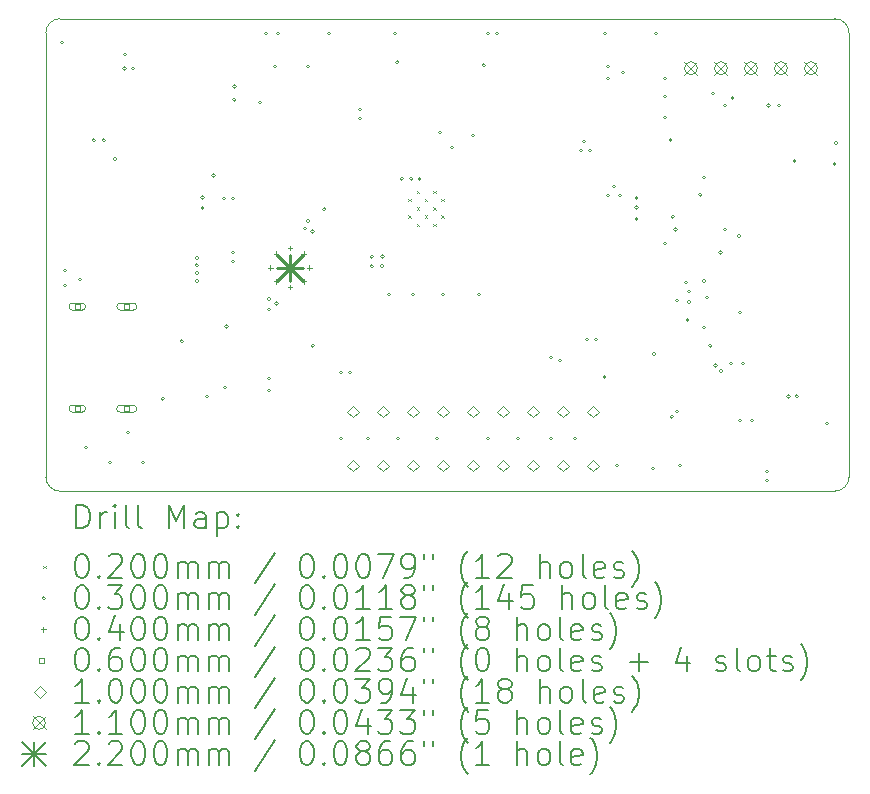
<source format=gbr>
%TF.GenerationSoftware,KiCad,Pcbnew,8.0.5*%
%TF.CreationDate,2024-10-21T14:42:39+02:00*%
%TF.ProjectId,Master,4d617374-6572-42e6-9b69-6361645f7063,rev?*%
%TF.SameCoordinates,Original*%
%TF.FileFunction,Drillmap*%
%TF.FilePolarity,Positive*%
%FSLAX45Y45*%
G04 Gerber Fmt 4.5, Leading zero omitted, Abs format (unit mm)*
G04 Created by KiCad (PCBNEW 8.0.5) date 2024-10-21 14:42:39*
%MOMM*%
%LPD*%
G01*
G04 APERTURE LIST*
%ADD10C,0.050000*%
%ADD11C,0.200000*%
%ADD12C,0.100000*%
%ADD13C,0.110000*%
%ADD14C,0.220000*%
G04 APERTURE END LIST*
D10*
X10180000Y-2799853D02*
G75*
G02*
X10299997Y-2919853I0J-119997D01*
G01*
X10300000Y-6680000D02*
G75*
G02*
X10180000Y-6800000I-120000J0D01*
G01*
X3620000Y-6800000D02*
X10180000Y-6800000D01*
X3620000Y-6800000D02*
G75*
G02*
X3500000Y-6680000I0J120000D01*
G01*
X3500000Y-6680000D02*
X3500000Y-2920000D01*
X10180000Y-2799853D02*
X3620000Y-2800000D01*
X3500000Y-2920000D02*
G75*
G02*
X3620000Y-2800000I120000J0D01*
G01*
X10300000Y-6680000D02*
X10300000Y-2919853D01*
D11*
D12*
X6569500Y-4326000D02*
X6589500Y-4346000D01*
X6589500Y-4326000D02*
X6569500Y-4346000D01*
X6569500Y-4466000D02*
X6589500Y-4486000D01*
X6589500Y-4466000D02*
X6569500Y-4486000D01*
X6639500Y-4256000D02*
X6659500Y-4276000D01*
X6659500Y-4256000D02*
X6639500Y-4276000D01*
X6639500Y-4396000D02*
X6659500Y-4416000D01*
X6659500Y-4396000D02*
X6639500Y-4416000D01*
X6639500Y-4536000D02*
X6659500Y-4556000D01*
X6659500Y-4536000D02*
X6639500Y-4556000D01*
X6709500Y-4326000D02*
X6729500Y-4346000D01*
X6729500Y-4326000D02*
X6709500Y-4346000D01*
X6709500Y-4466000D02*
X6729500Y-4486000D01*
X6729500Y-4466000D02*
X6709500Y-4486000D01*
X6779500Y-4256000D02*
X6799500Y-4276000D01*
X6799500Y-4256000D02*
X6779500Y-4276000D01*
X6779500Y-4396000D02*
X6799500Y-4416000D01*
X6799500Y-4396000D02*
X6779500Y-4416000D01*
X6779500Y-4536000D02*
X6799500Y-4556000D01*
X6799500Y-4536000D02*
X6779500Y-4556000D01*
X6849500Y-4326000D02*
X6869500Y-4346000D01*
X6869500Y-4326000D02*
X6849500Y-4346000D01*
X6849500Y-4466000D02*
X6869500Y-4486000D01*
X6869500Y-4466000D02*
X6849500Y-4486000D01*
X3651200Y-3002400D02*
G75*
G02*
X3621200Y-3002400I-15000J0D01*
G01*
X3621200Y-3002400D02*
G75*
G02*
X3651200Y-3002400I15000J0D01*
G01*
X3676600Y-4932800D02*
G75*
G02*
X3646600Y-4932800I-15000J0D01*
G01*
X3646600Y-4932800D02*
G75*
G02*
X3676600Y-4932800I15000J0D01*
G01*
X3676600Y-5059800D02*
G75*
G02*
X3646600Y-5059800I-15000J0D01*
G01*
X3646600Y-5059800D02*
G75*
G02*
X3676600Y-5059800I15000J0D01*
G01*
X3803600Y-5009000D02*
G75*
G02*
X3773600Y-5009000I-15000J0D01*
G01*
X3773600Y-5009000D02*
G75*
G02*
X3803600Y-5009000I15000J0D01*
G01*
X3854400Y-6431400D02*
G75*
G02*
X3824400Y-6431400I-15000J0D01*
G01*
X3824400Y-6431400D02*
G75*
G02*
X3854400Y-6431400I15000J0D01*
G01*
X3920000Y-3830000D02*
G75*
G02*
X3890000Y-3830000I-15000J0D01*
G01*
X3890000Y-3830000D02*
G75*
G02*
X3920000Y-3830000I15000J0D01*
G01*
X4005000Y-3830000D02*
G75*
G02*
X3975000Y-3830000I-15000J0D01*
G01*
X3975000Y-3830000D02*
G75*
G02*
X4005000Y-3830000I15000J0D01*
G01*
X4057600Y-6558400D02*
G75*
G02*
X4027600Y-6558400I-15000J0D01*
G01*
X4027600Y-6558400D02*
G75*
G02*
X4057600Y-6558400I15000J0D01*
G01*
X4100000Y-3987500D02*
G75*
G02*
X4070000Y-3987500I-15000J0D01*
G01*
X4070000Y-3987500D02*
G75*
G02*
X4100000Y-3987500I15000J0D01*
G01*
X4180000Y-3222500D02*
G75*
G02*
X4150000Y-3222500I-15000J0D01*
G01*
X4150000Y-3222500D02*
G75*
G02*
X4180000Y-3222500I15000J0D01*
G01*
X4184600Y-3104000D02*
G75*
G02*
X4154600Y-3104000I-15000J0D01*
G01*
X4154600Y-3104000D02*
G75*
G02*
X4184600Y-3104000I15000J0D01*
G01*
X4210000Y-6304400D02*
G75*
G02*
X4180000Y-6304400I-15000J0D01*
G01*
X4180000Y-6304400D02*
G75*
G02*
X4210000Y-6304400I15000J0D01*
G01*
X4252500Y-3222500D02*
G75*
G02*
X4222500Y-3222500I-15000J0D01*
G01*
X4222500Y-3222500D02*
G75*
G02*
X4252500Y-3222500I15000J0D01*
G01*
X4337000Y-6558400D02*
G75*
G02*
X4307000Y-6558400I-15000J0D01*
G01*
X4307000Y-6558400D02*
G75*
G02*
X4337000Y-6558400I15000J0D01*
G01*
X4505000Y-6019400D02*
G75*
G02*
X4475000Y-6019400I-15000J0D01*
G01*
X4475000Y-6019400D02*
G75*
G02*
X4505000Y-6019400I15000J0D01*
G01*
X4665000Y-5531500D02*
G75*
G02*
X4635000Y-5531500I-15000J0D01*
G01*
X4635000Y-5531500D02*
G75*
G02*
X4665000Y-5531500I15000J0D01*
G01*
X4794200Y-4825000D02*
G75*
G02*
X4764200Y-4825000I-15000J0D01*
G01*
X4764200Y-4825000D02*
G75*
G02*
X4794200Y-4825000I15000J0D01*
G01*
X4794200Y-4888000D02*
G75*
G02*
X4764200Y-4888000I-15000J0D01*
G01*
X4764200Y-4888000D02*
G75*
G02*
X4794200Y-4888000I15000J0D01*
G01*
X4794200Y-4953000D02*
G75*
G02*
X4764200Y-4953000I-15000J0D01*
G01*
X4764200Y-4953000D02*
G75*
G02*
X4794200Y-4953000I15000J0D01*
G01*
X4794200Y-5022000D02*
G75*
G02*
X4764200Y-5022000I-15000J0D01*
G01*
X4764200Y-5022000D02*
G75*
G02*
X4794200Y-5022000I15000J0D01*
G01*
X4842500Y-4315000D02*
G75*
G02*
X4812500Y-4315000I-15000J0D01*
G01*
X4812500Y-4315000D02*
G75*
G02*
X4842500Y-4315000I15000J0D01*
G01*
X4842500Y-4402500D02*
G75*
G02*
X4812500Y-4402500I-15000J0D01*
G01*
X4812500Y-4402500D02*
G75*
G02*
X4842500Y-4402500I15000J0D01*
G01*
X4879980Y-5999600D02*
G75*
G02*
X4849980Y-5999600I-15000J0D01*
G01*
X4849980Y-5999600D02*
G75*
G02*
X4879980Y-5999600I15000J0D01*
G01*
X4935700Y-4128200D02*
G75*
G02*
X4905700Y-4128200I-15000J0D01*
G01*
X4905700Y-4128200D02*
G75*
G02*
X4935700Y-4128200I15000J0D01*
G01*
X5022800Y-4323200D02*
G75*
G02*
X4992800Y-4323200I-15000J0D01*
G01*
X4992800Y-4323200D02*
G75*
G02*
X5022800Y-4323200I15000J0D01*
G01*
X5032380Y-5923400D02*
G75*
G02*
X5002380Y-5923400I-15000J0D01*
G01*
X5002380Y-5923400D02*
G75*
G02*
X5032380Y-5923400I15000J0D01*
G01*
X5046430Y-5406250D02*
G75*
G02*
X5016430Y-5406250I-15000J0D01*
G01*
X5016430Y-5406250D02*
G75*
G02*
X5046430Y-5406250I15000J0D01*
G01*
X5099000Y-4323200D02*
G75*
G02*
X5069000Y-4323200I-15000J0D01*
G01*
X5069000Y-4323200D02*
G75*
G02*
X5099000Y-4323200I15000J0D01*
G01*
X5099000Y-4780400D02*
G75*
G02*
X5069000Y-4780400I-15000J0D01*
G01*
X5069000Y-4780400D02*
G75*
G02*
X5099000Y-4780400I15000J0D01*
G01*
X5099000Y-4856600D02*
G75*
G02*
X5069000Y-4856600I-15000J0D01*
G01*
X5069000Y-4856600D02*
G75*
G02*
X5099000Y-4856600I15000J0D01*
G01*
X5110000Y-3485000D02*
G75*
G02*
X5080000Y-3485000I-15000J0D01*
G01*
X5080000Y-3485000D02*
G75*
G02*
X5110000Y-3485000I15000J0D01*
G01*
X5112500Y-3375000D02*
G75*
G02*
X5082500Y-3375000I-15000J0D01*
G01*
X5082500Y-3375000D02*
G75*
G02*
X5112500Y-3375000I15000J0D01*
G01*
X5327600Y-3510400D02*
G75*
G02*
X5297600Y-3510400I-15000J0D01*
G01*
X5297600Y-3510400D02*
G75*
G02*
X5327600Y-3510400I15000J0D01*
G01*
X5378400Y-2926200D02*
G75*
G02*
X5348400Y-2926200I-15000J0D01*
G01*
X5348400Y-2926200D02*
G75*
G02*
X5378400Y-2926200I15000J0D01*
G01*
X5403800Y-5174100D02*
G75*
G02*
X5373800Y-5174100I-15000J0D01*
G01*
X5373800Y-5174100D02*
G75*
G02*
X5403800Y-5174100I15000J0D01*
G01*
X5403800Y-5263000D02*
G75*
G02*
X5373800Y-5263000I-15000J0D01*
G01*
X5373800Y-5263000D02*
G75*
G02*
X5403800Y-5263000I15000J0D01*
G01*
X5403800Y-5847200D02*
G75*
G02*
X5373800Y-5847200I-15000J0D01*
G01*
X5373800Y-5847200D02*
G75*
G02*
X5403800Y-5847200I15000J0D01*
G01*
X5403800Y-5948800D02*
G75*
G02*
X5373800Y-5948800I-15000J0D01*
G01*
X5373800Y-5948800D02*
G75*
G02*
X5403800Y-5948800I15000J0D01*
G01*
X5454600Y-3205600D02*
G75*
G02*
X5424600Y-3205600I-15000J0D01*
G01*
X5424600Y-3205600D02*
G75*
G02*
X5454600Y-3205600I15000J0D01*
G01*
X5467300Y-5212200D02*
G75*
G02*
X5437300Y-5212200I-15000J0D01*
G01*
X5437300Y-5212200D02*
G75*
G02*
X5467300Y-5212200I15000J0D01*
G01*
X5480000Y-2926200D02*
G75*
G02*
X5450000Y-2926200I-15000J0D01*
G01*
X5450000Y-2926200D02*
G75*
G02*
X5480000Y-2926200I15000J0D01*
G01*
X5708600Y-4577200D02*
G75*
G02*
X5678600Y-4577200I-15000J0D01*
G01*
X5678600Y-4577200D02*
G75*
G02*
X5708600Y-4577200I15000J0D01*
G01*
X5734000Y-3205600D02*
G75*
G02*
X5704000Y-3205600I-15000J0D01*
G01*
X5704000Y-3205600D02*
G75*
G02*
X5734000Y-3205600I15000J0D01*
G01*
X5734000Y-4513700D02*
G75*
G02*
X5704000Y-4513700I-15000J0D01*
G01*
X5704000Y-4513700D02*
G75*
G02*
X5734000Y-4513700I15000J0D01*
G01*
X5772100Y-4602600D02*
G75*
G02*
X5742100Y-4602600I-15000J0D01*
G01*
X5742100Y-4602600D02*
G75*
G02*
X5772100Y-4602600I15000J0D01*
G01*
X5776250Y-5568750D02*
G75*
G02*
X5746250Y-5568750I-15000J0D01*
G01*
X5746250Y-5568750D02*
G75*
G02*
X5776250Y-5568750I15000J0D01*
G01*
X5873700Y-4412500D02*
G75*
G02*
X5843700Y-4412500I-15000J0D01*
G01*
X5843700Y-4412500D02*
G75*
G02*
X5873700Y-4412500I15000J0D01*
G01*
X5911800Y-2926200D02*
G75*
G02*
X5881800Y-2926200I-15000J0D01*
G01*
X5881800Y-2926200D02*
G75*
G02*
X5911800Y-2926200I15000J0D01*
G01*
X6013400Y-5796400D02*
G75*
G02*
X5983400Y-5796400I-15000J0D01*
G01*
X5983400Y-5796400D02*
G75*
G02*
X6013400Y-5796400I15000J0D01*
G01*
X6013400Y-6355200D02*
G75*
G02*
X5983400Y-6355200I-15000J0D01*
G01*
X5983400Y-6355200D02*
G75*
G02*
X6013400Y-6355200I15000J0D01*
G01*
X6089600Y-5796400D02*
G75*
G02*
X6059600Y-5796400I-15000J0D01*
G01*
X6059600Y-5796400D02*
G75*
G02*
X6089600Y-5796400I15000J0D01*
G01*
X6174000Y-3645000D02*
G75*
G02*
X6144000Y-3645000I-15000J0D01*
G01*
X6144000Y-3645000D02*
G75*
G02*
X6174000Y-3645000I15000J0D01*
G01*
X6175000Y-3570000D02*
G75*
G02*
X6145000Y-3570000I-15000J0D01*
G01*
X6145000Y-3570000D02*
G75*
G02*
X6175000Y-3570000I15000J0D01*
G01*
X6242000Y-6355200D02*
G75*
G02*
X6212000Y-6355200I-15000J0D01*
G01*
X6212000Y-6355200D02*
G75*
G02*
X6242000Y-6355200I15000J0D01*
G01*
X6273600Y-4895000D02*
G75*
G02*
X6243600Y-4895000I-15000J0D01*
G01*
X6243600Y-4895000D02*
G75*
G02*
X6273600Y-4895000I15000J0D01*
G01*
X6275636Y-4815000D02*
G75*
G02*
X6245636Y-4815000I-15000J0D01*
G01*
X6245636Y-4815000D02*
G75*
G02*
X6275636Y-4815000I15000J0D01*
G01*
X6362500Y-4895000D02*
G75*
G02*
X6332500Y-4895000I-15000J0D01*
G01*
X6332500Y-4895000D02*
G75*
G02*
X6362500Y-4895000I15000J0D01*
G01*
X6365000Y-4815000D02*
G75*
G02*
X6335000Y-4815000I-15000J0D01*
G01*
X6335000Y-4815000D02*
G75*
G02*
X6365000Y-4815000I15000J0D01*
G01*
X6419800Y-5136000D02*
G75*
G02*
X6389800Y-5136000I-15000J0D01*
G01*
X6389800Y-5136000D02*
G75*
G02*
X6419800Y-5136000I15000J0D01*
G01*
X6470600Y-2926200D02*
G75*
G02*
X6440600Y-2926200I-15000J0D01*
G01*
X6440600Y-2926200D02*
G75*
G02*
X6470600Y-2926200I15000J0D01*
G01*
X6490000Y-3170000D02*
G75*
G02*
X6460000Y-3170000I-15000J0D01*
G01*
X6460000Y-3170000D02*
G75*
G02*
X6490000Y-3170000I15000J0D01*
G01*
X6496000Y-6355200D02*
G75*
G02*
X6466000Y-6355200I-15000J0D01*
G01*
X6466000Y-6355200D02*
G75*
G02*
X6496000Y-6355200I15000J0D01*
G01*
X6530000Y-4155000D02*
G75*
G02*
X6500000Y-4155000I-15000J0D01*
G01*
X6500000Y-4155000D02*
G75*
G02*
X6530000Y-4155000I15000J0D01*
G01*
X6607500Y-4155000D02*
G75*
G02*
X6577500Y-4155000I-15000J0D01*
G01*
X6577500Y-4155000D02*
G75*
G02*
X6607500Y-4155000I15000J0D01*
G01*
X6623000Y-5136000D02*
G75*
G02*
X6593000Y-5136000I-15000J0D01*
G01*
X6593000Y-5136000D02*
G75*
G02*
X6623000Y-5136000I15000J0D01*
G01*
X6677500Y-4157500D02*
G75*
G02*
X6647500Y-4157500I-15000J0D01*
G01*
X6647500Y-4157500D02*
G75*
G02*
X6677500Y-4157500I15000J0D01*
G01*
X6826200Y-6355200D02*
G75*
G02*
X6796200Y-6355200I-15000J0D01*
G01*
X6796200Y-6355200D02*
G75*
G02*
X6826200Y-6355200I15000J0D01*
G01*
X6851600Y-3764400D02*
G75*
G02*
X6821600Y-3764400I-15000J0D01*
G01*
X6821600Y-3764400D02*
G75*
G02*
X6851600Y-3764400I15000J0D01*
G01*
X6877000Y-5136000D02*
G75*
G02*
X6847000Y-5136000I-15000J0D01*
G01*
X6847000Y-5136000D02*
G75*
G02*
X6877000Y-5136000I15000J0D01*
G01*
X6953200Y-3891400D02*
G75*
G02*
X6923200Y-3891400I-15000J0D01*
G01*
X6923200Y-3891400D02*
G75*
G02*
X6953200Y-3891400I15000J0D01*
G01*
X7131000Y-3789800D02*
G75*
G02*
X7101000Y-3789800I-15000J0D01*
G01*
X7101000Y-3789800D02*
G75*
G02*
X7131000Y-3789800I15000J0D01*
G01*
X7181800Y-5136000D02*
G75*
G02*
X7151800Y-5136000I-15000J0D01*
G01*
X7151800Y-5136000D02*
G75*
G02*
X7181800Y-5136000I15000J0D01*
G01*
X7222500Y-3192500D02*
G75*
G02*
X7192500Y-3192500I-15000J0D01*
G01*
X7192500Y-3192500D02*
G75*
G02*
X7222500Y-3192500I15000J0D01*
G01*
X7258000Y-2926200D02*
G75*
G02*
X7228000Y-2926200I-15000J0D01*
G01*
X7228000Y-2926200D02*
G75*
G02*
X7258000Y-2926200I15000J0D01*
G01*
X7258000Y-6355200D02*
G75*
G02*
X7228000Y-6355200I-15000J0D01*
G01*
X7228000Y-6355200D02*
G75*
G02*
X7258000Y-6355200I15000J0D01*
G01*
X7334200Y-2926200D02*
G75*
G02*
X7304200Y-2926200I-15000J0D01*
G01*
X7304200Y-2926200D02*
G75*
G02*
X7334200Y-2926200I15000J0D01*
G01*
X7512000Y-6355200D02*
G75*
G02*
X7482000Y-6355200I-15000J0D01*
G01*
X7482000Y-6355200D02*
G75*
G02*
X7512000Y-6355200I15000J0D01*
G01*
X7791400Y-5669400D02*
G75*
G02*
X7761400Y-5669400I-15000J0D01*
G01*
X7761400Y-5669400D02*
G75*
G02*
X7791400Y-5669400I15000J0D01*
G01*
X7791400Y-6355200D02*
G75*
G02*
X7761400Y-6355200I-15000J0D01*
G01*
X7761400Y-6355200D02*
G75*
G02*
X7791400Y-6355200I15000J0D01*
G01*
X7867600Y-5694800D02*
G75*
G02*
X7837600Y-5694800I-15000J0D01*
G01*
X7837600Y-5694800D02*
G75*
G02*
X7867600Y-5694800I15000J0D01*
G01*
X7994600Y-6355200D02*
G75*
G02*
X7964600Y-6355200I-15000J0D01*
G01*
X7964600Y-6355200D02*
G75*
G02*
X7994600Y-6355200I15000J0D01*
G01*
X8045400Y-3916800D02*
G75*
G02*
X8015400Y-3916800I-15000J0D01*
G01*
X8015400Y-3916800D02*
G75*
G02*
X8045400Y-3916800I15000J0D01*
G01*
X8070800Y-3840600D02*
G75*
G02*
X8040800Y-3840600I-15000J0D01*
G01*
X8040800Y-3840600D02*
G75*
G02*
X8070800Y-3840600I15000J0D01*
G01*
X8096200Y-5517000D02*
G75*
G02*
X8066200Y-5517000I-15000J0D01*
G01*
X8066200Y-5517000D02*
G75*
G02*
X8096200Y-5517000I15000J0D01*
G01*
X8121600Y-3916800D02*
G75*
G02*
X8091600Y-3916800I-15000J0D01*
G01*
X8091600Y-3916800D02*
G75*
G02*
X8121600Y-3916800I15000J0D01*
G01*
X8172400Y-5517000D02*
G75*
G02*
X8142400Y-5517000I-15000J0D01*
G01*
X8142400Y-5517000D02*
G75*
G02*
X8172400Y-5517000I15000J0D01*
G01*
X8245000Y-5835000D02*
G75*
G02*
X8215000Y-5835000I-15000J0D01*
G01*
X8215000Y-5835000D02*
G75*
G02*
X8245000Y-5835000I15000J0D01*
G01*
X8248600Y-2926200D02*
G75*
G02*
X8218600Y-2926200I-15000J0D01*
G01*
X8218600Y-2926200D02*
G75*
G02*
X8248600Y-2926200I15000J0D01*
G01*
X8274000Y-3205600D02*
G75*
G02*
X8244000Y-3205600I-15000J0D01*
G01*
X8244000Y-3205600D02*
G75*
G02*
X8274000Y-3205600I15000J0D01*
G01*
X8274000Y-3307200D02*
G75*
G02*
X8244000Y-3307200I-15000J0D01*
G01*
X8244000Y-3307200D02*
G75*
G02*
X8274000Y-3307200I15000J0D01*
G01*
X8274000Y-4297800D02*
G75*
G02*
X8244000Y-4297800I-15000J0D01*
G01*
X8244000Y-4297800D02*
G75*
G02*
X8274000Y-4297800I15000J0D01*
G01*
X8324800Y-4221600D02*
G75*
G02*
X8294800Y-4221600I-15000J0D01*
G01*
X8294800Y-4221600D02*
G75*
G02*
X8324800Y-4221600I15000J0D01*
G01*
X8351000Y-6584000D02*
G75*
G02*
X8321000Y-6584000I-15000J0D01*
G01*
X8321000Y-6584000D02*
G75*
G02*
X8351000Y-6584000I15000J0D01*
G01*
X8375600Y-4297800D02*
G75*
G02*
X8345600Y-4297800I-15000J0D01*
G01*
X8345600Y-4297800D02*
G75*
G02*
X8375600Y-4297800I15000J0D01*
G01*
X8401000Y-3256400D02*
G75*
G02*
X8371000Y-3256400I-15000J0D01*
G01*
X8371000Y-3256400D02*
G75*
G02*
X8401000Y-3256400I15000J0D01*
G01*
X8515600Y-4497000D02*
G75*
G02*
X8485600Y-4497000I-15000J0D01*
G01*
X8485600Y-4497000D02*
G75*
G02*
X8515600Y-4497000I15000J0D01*
G01*
X8517000Y-4319200D02*
G75*
G02*
X8487000Y-4319200I-15000J0D01*
G01*
X8487000Y-4319200D02*
G75*
G02*
X8517000Y-4319200I15000J0D01*
G01*
X8517000Y-4399400D02*
G75*
G02*
X8487000Y-4399400I-15000J0D01*
G01*
X8487000Y-4399400D02*
G75*
G02*
X8517000Y-4399400I15000J0D01*
G01*
X8655000Y-6609200D02*
G75*
G02*
X8625000Y-6609200I-15000J0D01*
G01*
X8625000Y-6609200D02*
G75*
G02*
X8655000Y-6609200I15000J0D01*
G01*
X8665000Y-5637500D02*
G75*
G02*
X8635000Y-5637500I-15000J0D01*
G01*
X8635000Y-5637500D02*
G75*
G02*
X8665000Y-5637500I15000J0D01*
G01*
X8680400Y-2926200D02*
G75*
G02*
X8650400Y-2926200I-15000J0D01*
G01*
X8650400Y-2926200D02*
G75*
G02*
X8680400Y-2926200I15000J0D01*
G01*
X8756600Y-3307200D02*
G75*
G02*
X8726600Y-3307200I-15000J0D01*
G01*
X8726600Y-3307200D02*
G75*
G02*
X8756600Y-3307200I15000J0D01*
G01*
X8756600Y-3459600D02*
G75*
G02*
X8726600Y-3459600I-15000J0D01*
G01*
X8726600Y-3459600D02*
G75*
G02*
X8756600Y-3459600I15000J0D01*
G01*
X8756600Y-3637400D02*
G75*
G02*
X8726600Y-3637400I-15000J0D01*
G01*
X8726600Y-3637400D02*
G75*
G02*
X8756600Y-3637400I15000J0D01*
G01*
X8756600Y-4704200D02*
G75*
G02*
X8726600Y-4704200I-15000J0D01*
G01*
X8726600Y-4704200D02*
G75*
G02*
X8756600Y-4704200I15000J0D01*
G01*
X8805000Y-3827500D02*
G75*
G02*
X8775000Y-3827500I-15000J0D01*
G01*
X8775000Y-3827500D02*
G75*
G02*
X8805000Y-3827500I15000J0D01*
G01*
X8814300Y-6170550D02*
G75*
G02*
X8784300Y-6170550I-15000J0D01*
G01*
X8784300Y-6170550D02*
G75*
G02*
X8814300Y-6170550I15000J0D01*
G01*
X8822500Y-4477500D02*
G75*
G02*
X8792500Y-4477500I-15000J0D01*
G01*
X8792500Y-4477500D02*
G75*
G02*
X8822500Y-4477500I15000J0D01*
G01*
X8848000Y-4585000D02*
G75*
G02*
X8818000Y-4585000I-15000J0D01*
G01*
X8818000Y-4585000D02*
G75*
G02*
X8848000Y-4585000I15000J0D01*
G01*
X8858200Y-5186800D02*
G75*
G02*
X8828200Y-5186800I-15000J0D01*
G01*
X8828200Y-5186800D02*
G75*
G02*
X8858200Y-5186800I15000J0D01*
G01*
X8858200Y-6126600D02*
G75*
G02*
X8828200Y-6126600I-15000J0D01*
G01*
X8828200Y-6126600D02*
G75*
G02*
X8858200Y-6126600I15000J0D01*
G01*
X8885300Y-6583800D02*
G75*
G02*
X8855300Y-6583800I-15000J0D01*
G01*
X8855300Y-6583800D02*
G75*
G02*
X8885300Y-6583800I15000J0D01*
G01*
X8934994Y-5034994D02*
G75*
G02*
X8904994Y-5034994I-15000J0D01*
G01*
X8904994Y-5034994D02*
G75*
G02*
X8934994Y-5034994I15000J0D01*
G01*
X8947100Y-5351900D02*
G75*
G02*
X8917100Y-5351900I-15000J0D01*
G01*
X8917100Y-5351900D02*
G75*
G02*
X8947100Y-5351900I15000J0D01*
G01*
X8959800Y-5110600D02*
G75*
G02*
X8929800Y-5110600I-15000J0D01*
G01*
X8929800Y-5110600D02*
G75*
G02*
X8959800Y-5110600I15000J0D01*
G01*
X8959800Y-5199500D02*
G75*
G02*
X8929800Y-5199500I-15000J0D01*
G01*
X8929800Y-5199500D02*
G75*
G02*
X8959800Y-5199500I15000J0D01*
G01*
X9057000Y-4290000D02*
G75*
G02*
X9027000Y-4290000I-15000J0D01*
G01*
X9027000Y-4290000D02*
G75*
G02*
X9057000Y-4290000I15000J0D01*
G01*
X9086800Y-4145400D02*
G75*
G02*
X9056800Y-4145400I-15000J0D01*
G01*
X9056800Y-4145400D02*
G75*
G02*
X9086800Y-4145400I15000J0D01*
G01*
X9086800Y-5021700D02*
G75*
G02*
X9056800Y-5021700I-15000J0D01*
G01*
X9056800Y-5021700D02*
G75*
G02*
X9086800Y-5021700I15000J0D01*
G01*
X9086800Y-5415400D02*
G75*
G02*
X9056800Y-5415400I-15000J0D01*
G01*
X9056800Y-5415400D02*
G75*
G02*
X9086800Y-5415400I15000J0D01*
G01*
X9112200Y-5161400D02*
G75*
G02*
X9082200Y-5161400I-15000J0D01*
G01*
X9082200Y-5161400D02*
G75*
G02*
X9112200Y-5161400I15000J0D01*
G01*
X9140000Y-5570000D02*
G75*
G02*
X9110000Y-5570000I-15000J0D01*
G01*
X9110000Y-5570000D02*
G75*
G02*
X9140000Y-5570000I15000J0D01*
G01*
X9163000Y-3434200D02*
G75*
G02*
X9133000Y-3434200I-15000J0D01*
G01*
X9133000Y-3434200D02*
G75*
G02*
X9163000Y-3434200I15000J0D01*
G01*
X9185000Y-5737500D02*
G75*
G02*
X9155000Y-5737500I-15000J0D01*
G01*
X9155000Y-5737500D02*
G75*
G02*
X9185000Y-5737500I15000J0D01*
G01*
X9226500Y-4780400D02*
G75*
G02*
X9196500Y-4780400I-15000J0D01*
G01*
X9196500Y-4780400D02*
G75*
G02*
X9226500Y-4780400I15000J0D01*
G01*
X9230000Y-5782500D02*
G75*
G02*
X9200000Y-5782500I-15000J0D01*
G01*
X9200000Y-5782500D02*
G75*
G02*
X9230000Y-5782500I15000J0D01*
G01*
X9264600Y-3535800D02*
G75*
G02*
X9234600Y-3535800I-15000J0D01*
G01*
X9234600Y-3535800D02*
G75*
G02*
X9264600Y-3535800I15000J0D01*
G01*
X9264600Y-4585000D02*
G75*
G02*
X9234600Y-4585000I-15000J0D01*
G01*
X9234600Y-4585000D02*
G75*
G02*
X9264600Y-4585000I15000J0D01*
G01*
X9315400Y-5720200D02*
G75*
G02*
X9285400Y-5720200I-15000J0D01*
G01*
X9285400Y-5720200D02*
G75*
G02*
X9315400Y-5720200I15000J0D01*
G01*
X9328100Y-3472300D02*
G75*
G02*
X9298100Y-3472300I-15000J0D01*
G01*
X9298100Y-3472300D02*
G75*
G02*
X9328100Y-3472300I15000J0D01*
G01*
X9383000Y-4641000D02*
G75*
G02*
X9353000Y-4641000I-15000J0D01*
G01*
X9353000Y-4641000D02*
G75*
G02*
X9383000Y-4641000I15000J0D01*
G01*
X9391600Y-5288400D02*
G75*
G02*
X9361600Y-5288400I-15000J0D01*
G01*
X9361600Y-5288400D02*
G75*
G02*
X9391600Y-5288400I15000J0D01*
G01*
X9391600Y-6202800D02*
G75*
G02*
X9361600Y-6202800I-15000J0D01*
G01*
X9361600Y-6202800D02*
G75*
G02*
X9391600Y-6202800I15000J0D01*
G01*
X9417000Y-5720200D02*
G75*
G02*
X9387000Y-5720200I-15000J0D01*
G01*
X9387000Y-5720200D02*
G75*
G02*
X9417000Y-5720200I15000J0D01*
G01*
X9493200Y-6202800D02*
G75*
G02*
X9463200Y-6202800I-15000J0D01*
G01*
X9463200Y-6202800D02*
G75*
G02*
X9493200Y-6202800I15000J0D01*
G01*
X9620200Y-6634600D02*
G75*
G02*
X9590200Y-6634600I-15000J0D01*
G01*
X9590200Y-6634600D02*
G75*
G02*
X9620200Y-6634600I15000J0D01*
G01*
X9620200Y-6710800D02*
G75*
G02*
X9590200Y-6710800I-15000J0D01*
G01*
X9590200Y-6710800D02*
G75*
G02*
X9620200Y-6710800I15000J0D01*
G01*
X9632900Y-3535800D02*
G75*
G02*
X9602900Y-3535800I-15000J0D01*
G01*
X9602900Y-3535800D02*
G75*
G02*
X9632900Y-3535800I15000J0D01*
G01*
X9721800Y-3535800D02*
G75*
G02*
X9691800Y-3535800I-15000J0D01*
G01*
X9691800Y-3535800D02*
G75*
G02*
X9721800Y-3535800I15000J0D01*
G01*
X9802500Y-5997500D02*
G75*
G02*
X9772500Y-5997500I-15000J0D01*
G01*
X9772500Y-5997500D02*
G75*
G02*
X9802500Y-5997500I15000J0D01*
G01*
X9852500Y-4005000D02*
G75*
G02*
X9822500Y-4005000I-15000J0D01*
G01*
X9822500Y-4005000D02*
G75*
G02*
X9852500Y-4005000I15000J0D01*
G01*
X9872500Y-5997500D02*
G75*
G02*
X9842500Y-5997500I-15000J0D01*
G01*
X9842500Y-5997500D02*
G75*
G02*
X9872500Y-5997500I15000J0D01*
G01*
X10128200Y-6228200D02*
G75*
G02*
X10098200Y-6228200I-15000J0D01*
G01*
X10098200Y-6228200D02*
G75*
G02*
X10128200Y-6228200I15000J0D01*
G01*
X10191700Y-4031100D02*
G75*
G02*
X10161700Y-4031100I-15000J0D01*
G01*
X10161700Y-4031100D02*
G75*
G02*
X10191700Y-4031100I15000J0D01*
G01*
X10204400Y-3853300D02*
G75*
G02*
X10174400Y-3853300I-15000J0D01*
G01*
X10174400Y-3853300D02*
G75*
G02*
X10204400Y-3853300I15000J0D01*
G01*
X5401600Y-4887400D02*
X5401600Y-4927400D01*
X5381600Y-4907400D02*
X5421600Y-4907400D01*
X5449927Y-4770727D02*
X5449927Y-4810727D01*
X5429927Y-4790727D02*
X5469927Y-4790727D01*
X5449927Y-5004073D02*
X5449927Y-5044073D01*
X5429927Y-5024073D02*
X5469927Y-5024073D01*
X5566600Y-4722400D02*
X5566600Y-4762400D01*
X5546600Y-4742400D02*
X5586600Y-4742400D01*
X5566600Y-5052400D02*
X5566600Y-5092400D01*
X5546600Y-5072400D02*
X5586600Y-5072400D01*
X5683273Y-4770727D02*
X5683273Y-4810727D01*
X5663273Y-4790727D02*
X5703273Y-4790727D01*
X5683273Y-5004073D02*
X5683273Y-5044073D01*
X5663273Y-5024073D02*
X5703273Y-5024073D01*
X5731600Y-4887400D02*
X5731600Y-4927400D01*
X5711600Y-4907400D02*
X5751600Y-4907400D01*
X3788093Y-5258613D02*
X3788093Y-5216187D01*
X3745666Y-5216187D01*
X3745666Y-5258613D01*
X3788093Y-5258613D01*
X3806880Y-5207400D02*
X3726880Y-5207400D01*
X3726880Y-5267400D02*
G75*
G02*
X3726880Y-5207400I0J30000D01*
G01*
X3726880Y-5267400D02*
X3806880Y-5267400D01*
X3806880Y-5267400D02*
G75*
G03*
X3806880Y-5207400I0J30000D01*
G01*
X3788093Y-6122613D02*
X3788093Y-6080187D01*
X3745666Y-6080187D01*
X3745666Y-6122613D01*
X3788093Y-6122613D01*
X3806880Y-6071400D02*
X3726880Y-6071400D01*
X3726880Y-6131400D02*
G75*
G02*
X3726880Y-6071400I0J30000D01*
G01*
X3726880Y-6131400D02*
X3806880Y-6131400D01*
X3806880Y-6131400D02*
G75*
G03*
X3806880Y-6071400I0J30000D01*
G01*
X4206093Y-5258613D02*
X4206093Y-5216187D01*
X4163666Y-5216187D01*
X4163666Y-5258613D01*
X4206093Y-5258613D01*
X4239880Y-5207400D02*
X4129880Y-5207400D01*
X4129880Y-5267400D02*
G75*
G02*
X4129880Y-5207400I0J30000D01*
G01*
X4129880Y-5267400D02*
X4239880Y-5267400D01*
X4239880Y-5267400D02*
G75*
G03*
X4239880Y-5207400I0J30000D01*
G01*
X4206093Y-6122613D02*
X4206093Y-6080187D01*
X4163666Y-6080187D01*
X4163666Y-6122613D01*
X4206093Y-6122613D01*
X4239880Y-6071400D02*
X4129880Y-6071400D01*
X4129880Y-6131400D02*
G75*
G02*
X4129880Y-6071400I0J30000D01*
G01*
X4129880Y-6131400D02*
X4239880Y-6131400D01*
X4239880Y-6131400D02*
G75*
G03*
X4239880Y-6071400I0J30000D01*
G01*
X6100000Y-6176600D02*
X6150000Y-6126600D01*
X6100000Y-6076600D01*
X6050000Y-6126600D01*
X6100000Y-6176600D01*
X6100000Y-6633800D02*
X6150000Y-6583800D01*
X6100000Y-6533800D01*
X6050000Y-6583800D01*
X6100000Y-6633800D01*
X6354000Y-6176600D02*
X6404000Y-6126600D01*
X6354000Y-6076600D01*
X6304000Y-6126600D01*
X6354000Y-6176600D01*
X6354000Y-6633800D02*
X6404000Y-6583800D01*
X6354000Y-6533800D01*
X6304000Y-6583800D01*
X6354000Y-6633800D01*
X6608000Y-6176600D02*
X6658000Y-6126600D01*
X6608000Y-6076600D01*
X6558000Y-6126600D01*
X6608000Y-6176600D01*
X6608000Y-6633800D02*
X6658000Y-6583800D01*
X6608000Y-6533800D01*
X6558000Y-6583800D01*
X6608000Y-6633800D01*
X6862000Y-6176600D02*
X6912000Y-6126600D01*
X6862000Y-6076600D01*
X6812000Y-6126600D01*
X6862000Y-6176600D01*
X6862000Y-6633800D02*
X6912000Y-6583800D01*
X6862000Y-6533800D01*
X6812000Y-6583800D01*
X6862000Y-6633800D01*
X7116000Y-6176600D02*
X7166000Y-6126600D01*
X7116000Y-6076600D01*
X7066000Y-6126600D01*
X7116000Y-6176600D01*
X7116000Y-6633800D02*
X7166000Y-6583800D01*
X7116000Y-6533800D01*
X7066000Y-6583800D01*
X7116000Y-6633800D01*
X7370000Y-6176600D02*
X7420000Y-6126600D01*
X7370000Y-6076600D01*
X7320000Y-6126600D01*
X7370000Y-6176600D01*
X7370000Y-6633800D02*
X7420000Y-6583800D01*
X7370000Y-6533800D01*
X7320000Y-6583800D01*
X7370000Y-6633800D01*
X7624000Y-6176600D02*
X7674000Y-6126600D01*
X7624000Y-6076600D01*
X7574000Y-6126600D01*
X7624000Y-6176600D01*
X7624000Y-6633800D02*
X7674000Y-6583800D01*
X7624000Y-6533800D01*
X7574000Y-6583800D01*
X7624000Y-6633800D01*
X7878000Y-6176600D02*
X7928000Y-6126600D01*
X7878000Y-6076600D01*
X7828000Y-6126600D01*
X7878000Y-6176600D01*
X7878000Y-6633800D02*
X7928000Y-6583800D01*
X7878000Y-6533800D01*
X7828000Y-6583800D01*
X7878000Y-6633800D01*
X8132000Y-6176600D02*
X8182000Y-6126600D01*
X8132000Y-6076600D01*
X8082000Y-6126600D01*
X8132000Y-6176600D01*
X8132000Y-6633800D02*
X8182000Y-6583800D01*
X8132000Y-6533800D01*
X8082000Y-6583800D01*
X8132000Y-6633800D01*
D13*
X8907000Y-3165000D02*
X9017000Y-3275000D01*
X9017000Y-3165000D02*
X8907000Y-3275000D01*
X9017000Y-3220000D02*
G75*
G02*
X8907000Y-3220000I-55000J0D01*
G01*
X8907000Y-3220000D02*
G75*
G02*
X9017000Y-3220000I55000J0D01*
G01*
X9161000Y-3165000D02*
X9271000Y-3275000D01*
X9271000Y-3165000D02*
X9161000Y-3275000D01*
X9271000Y-3220000D02*
G75*
G02*
X9161000Y-3220000I-55000J0D01*
G01*
X9161000Y-3220000D02*
G75*
G02*
X9271000Y-3220000I55000J0D01*
G01*
X9415000Y-3165000D02*
X9525000Y-3275000D01*
X9525000Y-3165000D02*
X9415000Y-3275000D01*
X9525000Y-3220000D02*
G75*
G02*
X9415000Y-3220000I-55000J0D01*
G01*
X9415000Y-3220000D02*
G75*
G02*
X9525000Y-3220000I55000J0D01*
G01*
X9669000Y-3165000D02*
X9779000Y-3275000D01*
X9779000Y-3165000D02*
X9669000Y-3275000D01*
X9779000Y-3220000D02*
G75*
G02*
X9669000Y-3220000I-55000J0D01*
G01*
X9669000Y-3220000D02*
G75*
G02*
X9779000Y-3220000I55000J0D01*
G01*
X9923000Y-3165000D02*
X10033000Y-3275000D01*
X10033000Y-3165000D02*
X9923000Y-3275000D01*
X10033000Y-3220000D02*
G75*
G02*
X9923000Y-3220000I-55000J0D01*
G01*
X9923000Y-3220000D02*
G75*
G02*
X10033000Y-3220000I55000J0D01*
G01*
D14*
X5456600Y-4797400D02*
X5676600Y-5017400D01*
X5676600Y-4797400D02*
X5456600Y-5017400D01*
X5566600Y-4797400D02*
X5566600Y-5017400D01*
X5456600Y-4907400D02*
X5676600Y-4907400D01*
D11*
X3758277Y-7113984D02*
X3758277Y-6913984D01*
X3758277Y-6913984D02*
X3805896Y-6913984D01*
X3805896Y-6913984D02*
X3834467Y-6923508D01*
X3834467Y-6923508D02*
X3853515Y-6942555D01*
X3853515Y-6942555D02*
X3863039Y-6961603D01*
X3863039Y-6961603D02*
X3872562Y-6999698D01*
X3872562Y-6999698D02*
X3872562Y-7028269D01*
X3872562Y-7028269D02*
X3863039Y-7066365D01*
X3863039Y-7066365D02*
X3853515Y-7085412D01*
X3853515Y-7085412D02*
X3834467Y-7104460D01*
X3834467Y-7104460D02*
X3805896Y-7113984D01*
X3805896Y-7113984D02*
X3758277Y-7113984D01*
X3958277Y-7113984D02*
X3958277Y-6980650D01*
X3958277Y-7018746D02*
X3967801Y-6999698D01*
X3967801Y-6999698D02*
X3977324Y-6990174D01*
X3977324Y-6990174D02*
X3996372Y-6980650D01*
X3996372Y-6980650D02*
X4015420Y-6980650D01*
X4082086Y-7113984D02*
X4082086Y-6980650D01*
X4082086Y-6913984D02*
X4072562Y-6923508D01*
X4072562Y-6923508D02*
X4082086Y-6933031D01*
X4082086Y-6933031D02*
X4091610Y-6923508D01*
X4091610Y-6923508D02*
X4082086Y-6913984D01*
X4082086Y-6913984D02*
X4082086Y-6933031D01*
X4205896Y-7113984D02*
X4186848Y-7104460D01*
X4186848Y-7104460D02*
X4177324Y-7085412D01*
X4177324Y-7085412D02*
X4177324Y-6913984D01*
X4310658Y-7113984D02*
X4291610Y-7104460D01*
X4291610Y-7104460D02*
X4282086Y-7085412D01*
X4282086Y-7085412D02*
X4282086Y-6913984D01*
X4539229Y-7113984D02*
X4539229Y-6913984D01*
X4539229Y-6913984D02*
X4605896Y-7056841D01*
X4605896Y-7056841D02*
X4672563Y-6913984D01*
X4672563Y-6913984D02*
X4672563Y-7113984D01*
X4853515Y-7113984D02*
X4853515Y-7009222D01*
X4853515Y-7009222D02*
X4843991Y-6990174D01*
X4843991Y-6990174D02*
X4824944Y-6980650D01*
X4824944Y-6980650D02*
X4786848Y-6980650D01*
X4786848Y-6980650D02*
X4767801Y-6990174D01*
X4853515Y-7104460D02*
X4834467Y-7113984D01*
X4834467Y-7113984D02*
X4786848Y-7113984D01*
X4786848Y-7113984D02*
X4767801Y-7104460D01*
X4767801Y-7104460D02*
X4758277Y-7085412D01*
X4758277Y-7085412D02*
X4758277Y-7066365D01*
X4758277Y-7066365D02*
X4767801Y-7047317D01*
X4767801Y-7047317D02*
X4786848Y-7037793D01*
X4786848Y-7037793D02*
X4834467Y-7037793D01*
X4834467Y-7037793D02*
X4853515Y-7028269D01*
X4948753Y-6980650D02*
X4948753Y-7180650D01*
X4948753Y-6990174D02*
X4967801Y-6980650D01*
X4967801Y-6980650D02*
X5005896Y-6980650D01*
X5005896Y-6980650D02*
X5024944Y-6990174D01*
X5024944Y-6990174D02*
X5034467Y-6999698D01*
X5034467Y-6999698D02*
X5043991Y-7018746D01*
X5043991Y-7018746D02*
X5043991Y-7075888D01*
X5043991Y-7075888D02*
X5034467Y-7094936D01*
X5034467Y-7094936D02*
X5024944Y-7104460D01*
X5024944Y-7104460D02*
X5005896Y-7113984D01*
X5005896Y-7113984D02*
X4967801Y-7113984D01*
X4967801Y-7113984D02*
X4948753Y-7104460D01*
X5129705Y-7094936D02*
X5139229Y-7104460D01*
X5139229Y-7104460D02*
X5129705Y-7113984D01*
X5129705Y-7113984D02*
X5120182Y-7104460D01*
X5120182Y-7104460D02*
X5129705Y-7094936D01*
X5129705Y-7094936D02*
X5129705Y-7113984D01*
X5129705Y-6990174D02*
X5139229Y-6999698D01*
X5139229Y-6999698D02*
X5129705Y-7009222D01*
X5129705Y-7009222D02*
X5120182Y-6999698D01*
X5120182Y-6999698D02*
X5129705Y-6990174D01*
X5129705Y-6990174D02*
X5129705Y-7009222D01*
D12*
X3477500Y-7432500D02*
X3497500Y-7452500D01*
X3497500Y-7432500D02*
X3477500Y-7452500D01*
D11*
X3796372Y-7333984D02*
X3815420Y-7333984D01*
X3815420Y-7333984D02*
X3834467Y-7343508D01*
X3834467Y-7343508D02*
X3843991Y-7353031D01*
X3843991Y-7353031D02*
X3853515Y-7372079D01*
X3853515Y-7372079D02*
X3863039Y-7410174D01*
X3863039Y-7410174D02*
X3863039Y-7457793D01*
X3863039Y-7457793D02*
X3853515Y-7495888D01*
X3853515Y-7495888D02*
X3843991Y-7514936D01*
X3843991Y-7514936D02*
X3834467Y-7524460D01*
X3834467Y-7524460D02*
X3815420Y-7533984D01*
X3815420Y-7533984D02*
X3796372Y-7533984D01*
X3796372Y-7533984D02*
X3777324Y-7524460D01*
X3777324Y-7524460D02*
X3767801Y-7514936D01*
X3767801Y-7514936D02*
X3758277Y-7495888D01*
X3758277Y-7495888D02*
X3748753Y-7457793D01*
X3748753Y-7457793D02*
X3748753Y-7410174D01*
X3748753Y-7410174D02*
X3758277Y-7372079D01*
X3758277Y-7372079D02*
X3767801Y-7353031D01*
X3767801Y-7353031D02*
X3777324Y-7343508D01*
X3777324Y-7343508D02*
X3796372Y-7333984D01*
X3948753Y-7514936D02*
X3958277Y-7524460D01*
X3958277Y-7524460D02*
X3948753Y-7533984D01*
X3948753Y-7533984D02*
X3939229Y-7524460D01*
X3939229Y-7524460D02*
X3948753Y-7514936D01*
X3948753Y-7514936D02*
X3948753Y-7533984D01*
X4034467Y-7353031D02*
X4043991Y-7343508D01*
X4043991Y-7343508D02*
X4063039Y-7333984D01*
X4063039Y-7333984D02*
X4110658Y-7333984D01*
X4110658Y-7333984D02*
X4129705Y-7343508D01*
X4129705Y-7343508D02*
X4139229Y-7353031D01*
X4139229Y-7353031D02*
X4148753Y-7372079D01*
X4148753Y-7372079D02*
X4148753Y-7391127D01*
X4148753Y-7391127D02*
X4139229Y-7419698D01*
X4139229Y-7419698D02*
X4024943Y-7533984D01*
X4024943Y-7533984D02*
X4148753Y-7533984D01*
X4272563Y-7333984D02*
X4291610Y-7333984D01*
X4291610Y-7333984D02*
X4310658Y-7343508D01*
X4310658Y-7343508D02*
X4320182Y-7353031D01*
X4320182Y-7353031D02*
X4329705Y-7372079D01*
X4329705Y-7372079D02*
X4339229Y-7410174D01*
X4339229Y-7410174D02*
X4339229Y-7457793D01*
X4339229Y-7457793D02*
X4329705Y-7495888D01*
X4329705Y-7495888D02*
X4320182Y-7514936D01*
X4320182Y-7514936D02*
X4310658Y-7524460D01*
X4310658Y-7524460D02*
X4291610Y-7533984D01*
X4291610Y-7533984D02*
X4272563Y-7533984D01*
X4272563Y-7533984D02*
X4253515Y-7524460D01*
X4253515Y-7524460D02*
X4243991Y-7514936D01*
X4243991Y-7514936D02*
X4234467Y-7495888D01*
X4234467Y-7495888D02*
X4224944Y-7457793D01*
X4224944Y-7457793D02*
X4224944Y-7410174D01*
X4224944Y-7410174D02*
X4234467Y-7372079D01*
X4234467Y-7372079D02*
X4243991Y-7353031D01*
X4243991Y-7353031D02*
X4253515Y-7343508D01*
X4253515Y-7343508D02*
X4272563Y-7333984D01*
X4463039Y-7333984D02*
X4482086Y-7333984D01*
X4482086Y-7333984D02*
X4501134Y-7343508D01*
X4501134Y-7343508D02*
X4510658Y-7353031D01*
X4510658Y-7353031D02*
X4520182Y-7372079D01*
X4520182Y-7372079D02*
X4529705Y-7410174D01*
X4529705Y-7410174D02*
X4529705Y-7457793D01*
X4529705Y-7457793D02*
X4520182Y-7495888D01*
X4520182Y-7495888D02*
X4510658Y-7514936D01*
X4510658Y-7514936D02*
X4501134Y-7524460D01*
X4501134Y-7524460D02*
X4482086Y-7533984D01*
X4482086Y-7533984D02*
X4463039Y-7533984D01*
X4463039Y-7533984D02*
X4443991Y-7524460D01*
X4443991Y-7524460D02*
X4434467Y-7514936D01*
X4434467Y-7514936D02*
X4424944Y-7495888D01*
X4424944Y-7495888D02*
X4415420Y-7457793D01*
X4415420Y-7457793D02*
X4415420Y-7410174D01*
X4415420Y-7410174D02*
X4424944Y-7372079D01*
X4424944Y-7372079D02*
X4434467Y-7353031D01*
X4434467Y-7353031D02*
X4443991Y-7343508D01*
X4443991Y-7343508D02*
X4463039Y-7333984D01*
X4615420Y-7533984D02*
X4615420Y-7400650D01*
X4615420Y-7419698D02*
X4624944Y-7410174D01*
X4624944Y-7410174D02*
X4643991Y-7400650D01*
X4643991Y-7400650D02*
X4672563Y-7400650D01*
X4672563Y-7400650D02*
X4691610Y-7410174D01*
X4691610Y-7410174D02*
X4701134Y-7429222D01*
X4701134Y-7429222D02*
X4701134Y-7533984D01*
X4701134Y-7429222D02*
X4710658Y-7410174D01*
X4710658Y-7410174D02*
X4729705Y-7400650D01*
X4729705Y-7400650D02*
X4758277Y-7400650D01*
X4758277Y-7400650D02*
X4777325Y-7410174D01*
X4777325Y-7410174D02*
X4786848Y-7429222D01*
X4786848Y-7429222D02*
X4786848Y-7533984D01*
X4882086Y-7533984D02*
X4882086Y-7400650D01*
X4882086Y-7419698D02*
X4891610Y-7410174D01*
X4891610Y-7410174D02*
X4910658Y-7400650D01*
X4910658Y-7400650D02*
X4939229Y-7400650D01*
X4939229Y-7400650D02*
X4958277Y-7410174D01*
X4958277Y-7410174D02*
X4967801Y-7429222D01*
X4967801Y-7429222D02*
X4967801Y-7533984D01*
X4967801Y-7429222D02*
X4977325Y-7410174D01*
X4977325Y-7410174D02*
X4996372Y-7400650D01*
X4996372Y-7400650D02*
X5024944Y-7400650D01*
X5024944Y-7400650D02*
X5043991Y-7410174D01*
X5043991Y-7410174D02*
X5053515Y-7429222D01*
X5053515Y-7429222D02*
X5053515Y-7533984D01*
X5443991Y-7324460D02*
X5272563Y-7581603D01*
X5701134Y-7333984D02*
X5720182Y-7333984D01*
X5720182Y-7333984D02*
X5739229Y-7343508D01*
X5739229Y-7343508D02*
X5748753Y-7353031D01*
X5748753Y-7353031D02*
X5758277Y-7372079D01*
X5758277Y-7372079D02*
X5767801Y-7410174D01*
X5767801Y-7410174D02*
X5767801Y-7457793D01*
X5767801Y-7457793D02*
X5758277Y-7495888D01*
X5758277Y-7495888D02*
X5748753Y-7514936D01*
X5748753Y-7514936D02*
X5739229Y-7524460D01*
X5739229Y-7524460D02*
X5720182Y-7533984D01*
X5720182Y-7533984D02*
X5701134Y-7533984D01*
X5701134Y-7533984D02*
X5682086Y-7524460D01*
X5682086Y-7524460D02*
X5672563Y-7514936D01*
X5672563Y-7514936D02*
X5663039Y-7495888D01*
X5663039Y-7495888D02*
X5653515Y-7457793D01*
X5653515Y-7457793D02*
X5653515Y-7410174D01*
X5653515Y-7410174D02*
X5663039Y-7372079D01*
X5663039Y-7372079D02*
X5672563Y-7353031D01*
X5672563Y-7353031D02*
X5682086Y-7343508D01*
X5682086Y-7343508D02*
X5701134Y-7333984D01*
X5853515Y-7514936D02*
X5863039Y-7524460D01*
X5863039Y-7524460D02*
X5853515Y-7533984D01*
X5853515Y-7533984D02*
X5843991Y-7524460D01*
X5843991Y-7524460D02*
X5853515Y-7514936D01*
X5853515Y-7514936D02*
X5853515Y-7533984D01*
X5986848Y-7333984D02*
X6005896Y-7333984D01*
X6005896Y-7333984D02*
X6024944Y-7343508D01*
X6024944Y-7343508D02*
X6034467Y-7353031D01*
X6034467Y-7353031D02*
X6043991Y-7372079D01*
X6043991Y-7372079D02*
X6053515Y-7410174D01*
X6053515Y-7410174D02*
X6053515Y-7457793D01*
X6053515Y-7457793D02*
X6043991Y-7495888D01*
X6043991Y-7495888D02*
X6034467Y-7514936D01*
X6034467Y-7514936D02*
X6024944Y-7524460D01*
X6024944Y-7524460D02*
X6005896Y-7533984D01*
X6005896Y-7533984D02*
X5986848Y-7533984D01*
X5986848Y-7533984D02*
X5967801Y-7524460D01*
X5967801Y-7524460D02*
X5958277Y-7514936D01*
X5958277Y-7514936D02*
X5948753Y-7495888D01*
X5948753Y-7495888D02*
X5939229Y-7457793D01*
X5939229Y-7457793D02*
X5939229Y-7410174D01*
X5939229Y-7410174D02*
X5948753Y-7372079D01*
X5948753Y-7372079D02*
X5958277Y-7353031D01*
X5958277Y-7353031D02*
X5967801Y-7343508D01*
X5967801Y-7343508D02*
X5986848Y-7333984D01*
X6177325Y-7333984D02*
X6196372Y-7333984D01*
X6196372Y-7333984D02*
X6215420Y-7343508D01*
X6215420Y-7343508D02*
X6224944Y-7353031D01*
X6224944Y-7353031D02*
X6234467Y-7372079D01*
X6234467Y-7372079D02*
X6243991Y-7410174D01*
X6243991Y-7410174D02*
X6243991Y-7457793D01*
X6243991Y-7457793D02*
X6234467Y-7495888D01*
X6234467Y-7495888D02*
X6224944Y-7514936D01*
X6224944Y-7514936D02*
X6215420Y-7524460D01*
X6215420Y-7524460D02*
X6196372Y-7533984D01*
X6196372Y-7533984D02*
X6177325Y-7533984D01*
X6177325Y-7533984D02*
X6158277Y-7524460D01*
X6158277Y-7524460D02*
X6148753Y-7514936D01*
X6148753Y-7514936D02*
X6139229Y-7495888D01*
X6139229Y-7495888D02*
X6129706Y-7457793D01*
X6129706Y-7457793D02*
X6129706Y-7410174D01*
X6129706Y-7410174D02*
X6139229Y-7372079D01*
X6139229Y-7372079D02*
X6148753Y-7353031D01*
X6148753Y-7353031D02*
X6158277Y-7343508D01*
X6158277Y-7343508D02*
X6177325Y-7333984D01*
X6310658Y-7333984D02*
X6443991Y-7333984D01*
X6443991Y-7333984D02*
X6358277Y-7533984D01*
X6529706Y-7533984D02*
X6567801Y-7533984D01*
X6567801Y-7533984D02*
X6586848Y-7524460D01*
X6586848Y-7524460D02*
X6596372Y-7514936D01*
X6596372Y-7514936D02*
X6615420Y-7486365D01*
X6615420Y-7486365D02*
X6624944Y-7448269D01*
X6624944Y-7448269D02*
X6624944Y-7372079D01*
X6624944Y-7372079D02*
X6615420Y-7353031D01*
X6615420Y-7353031D02*
X6605896Y-7343508D01*
X6605896Y-7343508D02*
X6586848Y-7333984D01*
X6586848Y-7333984D02*
X6548753Y-7333984D01*
X6548753Y-7333984D02*
X6529706Y-7343508D01*
X6529706Y-7343508D02*
X6520182Y-7353031D01*
X6520182Y-7353031D02*
X6510658Y-7372079D01*
X6510658Y-7372079D02*
X6510658Y-7419698D01*
X6510658Y-7419698D02*
X6520182Y-7438746D01*
X6520182Y-7438746D02*
X6529706Y-7448269D01*
X6529706Y-7448269D02*
X6548753Y-7457793D01*
X6548753Y-7457793D02*
X6586848Y-7457793D01*
X6586848Y-7457793D02*
X6605896Y-7448269D01*
X6605896Y-7448269D02*
X6615420Y-7438746D01*
X6615420Y-7438746D02*
X6624944Y-7419698D01*
X6701134Y-7333984D02*
X6701134Y-7372079D01*
X6777325Y-7333984D02*
X6777325Y-7372079D01*
X7072563Y-7610174D02*
X7063039Y-7600650D01*
X7063039Y-7600650D02*
X7043991Y-7572079D01*
X7043991Y-7572079D02*
X7034468Y-7553031D01*
X7034468Y-7553031D02*
X7024944Y-7524460D01*
X7024944Y-7524460D02*
X7015420Y-7476841D01*
X7015420Y-7476841D02*
X7015420Y-7438746D01*
X7015420Y-7438746D02*
X7024944Y-7391127D01*
X7024944Y-7391127D02*
X7034468Y-7362555D01*
X7034468Y-7362555D02*
X7043991Y-7343508D01*
X7043991Y-7343508D02*
X7063039Y-7314936D01*
X7063039Y-7314936D02*
X7072563Y-7305412D01*
X7253515Y-7533984D02*
X7139229Y-7533984D01*
X7196372Y-7533984D02*
X7196372Y-7333984D01*
X7196372Y-7333984D02*
X7177325Y-7362555D01*
X7177325Y-7362555D02*
X7158277Y-7381603D01*
X7158277Y-7381603D02*
X7139229Y-7391127D01*
X7329706Y-7353031D02*
X7339229Y-7343508D01*
X7339229Y-7343508D02*
X7358277Y-7333984D01*
X7358277Y-7333984D02*
X7405896Y-7333984D01*
X7405896Y-7333984D02*
X7424944Y-7343508D01*
X7424944Y-7343508D02*
X7434468Y-7353031D01*
X7434468Y-7353031D02*
X7443991Y-7372079D01*
X7443991Y-7372079D02*
X7443991Y-7391127D01*
X7443991Y-7391127D02*
X7434468Y-7419698D01*
X7434468Y-7419698D02*
X7320182Y-7533984D01*
X7320182Y-7533984D02*
X7443991Y-7533984D01*
X7682087Y-7533984D02*
X7682087Y-7333984D01*
X7767801Y-7533984D02*
X7767801Y-7429222D01*
X7767801Y-7429222D02*
X7758277Y-7410174D01*
X7758277Y-7410174D02*
X7739230Y-7400650D01*
X7739230Y-7400650D02*
X7710658Y-7400650D01*
X7710658Y-7400650D02*
X7691610Y-7410174D01*
X7691610Y-7410174D02*
X7682087Y-7419698D01*
X7891610Y-7533984D02*
X7872563Y-7524460D01*
X7872563Y-7524460D02*
X7863039Y-7514936D01*
X7863039Y-7514936D02*
X7853515Y-7495888D01*
X7853515Y-7495888D02*
X7853515Y-7438746D01*
X7853515Y-7438746D02*
X7863039Y-7419698D01*
X7863039Y-7419698D02*
X7872563Y-7410174D01*
X7872563Y-7410174D02*
X7891610Y-7400650D01*
X7891610Y-7400650D02*
X7920182Y-7400650D01*
X7920182Y-7400650D02*
X7939230Y-7410174D01*
X7939230Y-7410174D02*
X7948753Y-7419698D01*
X7948753Y-7419698D02*
X7958277Y-7438746D01*
X7958277Y-7438746D02*
X7958277Y-7495888D01*
X7958277Y-7495888D02*
X7948753Y-7514936D01*
X7948753Y-7514936D02*
X7939230Y-7524460D01*
X7939230Y-7524460D02*
X7920182Y-7533984D01*
X7920182Y-7533984D02*
X7891610Y-7533984D01*
X8072563Y-7533984D02*
X8053515Y-7524460D01*
X8053515Y-7524460D02*
X8043991Y-7505412D01*
X8043991Y-7505412D02*
X8043991Y-7333984D01*
X8224944Y-7524460D02*
X8205896Y-7533984D01*
X8205896Y-7533984D02*
X8167801Y-7533984D01*
X8167801Y-7533984D02*
X8148753Y-7524460D01*
X8148753Y-7524460D02*
X8139230Y-7505412D01*
X8139230Y-7505412D02*
X8139230Y-7429222D01*
X8139230Y-7429222D02*
X8148753Y-7410174D01*
X8148753Y-7410174D02*
X8167801Y-7400650D01*
X8167801Y-7400650D02*
X8205896Y-7400650D01*
X8205896Y-7400650D02*
X8224944Y-7410174D01*
X8224944Y-7410174D02*
X8234468Y-7429222D01*
X8234468Y-7429222D02*
X8234468Y-7448269D01*
X8234468Y-7448269D02*
X8139230Y-7467317D01*
X8310658Y-7524460D02*
X8329706Y-7533984D01*
X8329706Y-7533984D02*
X8367801Y-7533984D01*
X8367801Y-7533984D02*
X8386849Y-7524460D01*
X8386849Y-7524460D02*
X8396373Y-7505412D01*
X8396373Y-7505412D02*
X8396373Y-7495888D01*
X8396373Y-7495888D02*
X8386849Y-7476841D01*
X8386849Y-7476841D02*
X8367801Y-7467317D01*
X8367801Y-7467317D02*
X8339230Y-7467317D01*
X8339230Y-7467317D02*
X8320182Y-7457793D01*
X8320182Y-7457793D02*
X8310658Y-7438746D01*
X8310658Y-7438746D02*
X8310658Y-7429222D01*
X8310658Y-7429222D02*
X8320182Y-7410174D01*
X8320182Y-7410174D02*
X8339230Y-7400650D01*
X8339230Y-7400650D02*
X8367801Y-7400650D01*
X8367801Y-7400650D02*
X8386849Y-7410174D01*
X8463039Y-7610174D02*
X8472563Y-7600650D01*
X8472563Y-7600650D02*
X8491611Y-7572079D01*
X8491611Y-7572079D02*
X8501134Y-7553031D01*
X8501134Y-7553031D02*
X8510658Y-7524460D01*
X8510658Y-7524460D02*
X8520182Y-7476841D01*
X8520182Y-7476841D02*
X8520182Y-7438746D01*
X8520182Y-7438746D02*
X8510658Y-7391127D01*
X8510658Y-7391127D02*
X8501134Y-7362555D01*
X8501134Y-7362555D02*
X8491611Y-7343508D01*
X8491611Y-7343508D02*
X8472563Y-7314936D01*
X8472563Y-7314936D02*
X8463039Y-7305412D01*
D12*
X3497500Y-7706500D02*
G75*
G02*
X3467500Y-7706500I-15000J0D01*
G01*
X3467500Y-7706500D02*
G75*
G02*
X3497500Y-7706500I15000J0D01*
G01*
D11*
X3796372Y-7597984D02*
X3815420Y-7597984D01*
X3815420Y-7597984D02*
X3834467Y-7607508D01*
X3834467Y-7607508D02*
X3843991Y-7617031D01*
X3843991Y-7617031D02*
X3853515Y-7636079D01*
X3853515Y-7636079D02*
X3863039Y-7674174D01*
X3863039Y-7674174D02*
X3863039Y-7721793D01*
X3863039Y-7721793D02*
X3853515Y-7759888D01*
X3853515Y-7759888D02*
X3843991Y-7778936D01*
X3843991Y-7778936D02*
X3834467Y-7788460D01*
X3834467Y-7788460D02*
X3815420Y-7797984D01*
X3815420Y-7797984D02*
X3796372Y-7797984D01*
X3796372Y-7797984D02*
X3777324Y-7788460D01*
X3777324Y-7788460D02*
X3767801Y-7778936D01*
X3767801Y-7778936D02*
X3758277Y-7759888D01*
X3758277Y-7759888D02*
X3748753Y-7721793D01*
X3748753Y-7721793D02*
X3748753Y-7674174D01*
X3748753Y-7674174D02*
X3758277Y-7636079D01*
X3758277Y-7636079D02*
X3767801Y-7617031D01*
X3767801Y-7617031D02*
X3777324Y-7607508D01*
X3777324Y-7607508D02*
X3796372Y-7597984D01*
X3948753Y-7778936D02*
X3958277Y-7788460D01*
X3958277Y-7788460D02*
X3948753Y-7797984D01*
X3948753Y-7797984D02*
X3939229Y-7788460D01*
X3939229Y-7788460D02*
X3948753Y-7778936D01*
X3948753Y-7778936D02*
X3948753Y-7797984D01*
X4024943Y-7597984D02*
X4148753Y-7597984D01*
X4148753Y-7597984D02*
X4082086Y-7674174D01*
X4082086Y-7674174D02*
X4110658Y-7674174D01*
X4110658Y-7674174D02*
X4129705Y-7683698D01*
X4129705Y-7683698D02*
X4139229Y-7693222D01*
X4139229Y-7693222D02*
X4148753Y-7712269D01*
X4148753Y-7712269D02*
X4148753Y-7759888D01*
X4148753Y-7759888D02*
X4139229Y-7778936D01*
X4139229Y-7778936D02*
X4129705Y-7788460D01*
X4129705Y-7788460D02*
X4110658Y-7797984D01*
X4110658Y-7797984D02*
X4053515Y-7797984D01*
X4053515Y-7797984D02*
X4034467Y-7788460D01*
X4034467Y-7788460D02*
X4024943Y-7778936D01*
X4272563Y-7597984D02*
X4291610Y-7597984D01*
X4291610Y-7597984D02*
X4310658Y-7607508D01*
X4310658Y-7607508D02*
X4320182Y-7617031D01*
X4320182Y-7617031D02*
X4329705Y-7636079D01*
X4329705Y-7636079D02*
X4339229Y-7674174D01*
X4339229Y-7674174D02*
X4339229Y-7721793D01*
X4339229Y-7721793D02*
X4329705Y-7759888D01*
X4329705Y-7759888D02*
X4320182Y-7778936D01*
X4320182Y-7778936D02*
X4310658Y-7788460D01*
X4310658Y-7788460D02*
X4291610Y-7797984D01*
X4291610Y-7797984D02*
X4272563Y-7797984D01*
X4272563Y-7797984D02*
X4253515Y-7788460D01*
X4253515Y-7788460D02*
X4243991Y-7778936D01*
X4243991Y-7778936D02*
X4234467Y-7759888D01*
X4234467Y-7759888D02*
X4224944Y-7721793D01*
X4224944Y-7721793D02*
X4224944Y-7674174D01*
X4224944Y-7674174D02*
X4234467Y-7636079D01*
X4234467Y-7636079D02*
X4243991Y-7617031D01*
X4243991Y-7617031D02*
X4253515Y-7607508D01*
X4253515Y-7607508D02*
X4272563Y-7597984D01*
X4463039Y-7597984D02*
X4482086Y-7597984D01*
X4482086Y-7597984D02*
X4501134Y-7607508D01*
X4501134Y-7607508D02*
X4510658Y-7617031D01*
X4510658Y-7617031D02*
X4520182Y-7636079D01*
X4520182Y-7636079D02*
X4529705Y-7674174D01*
X4529705Y-7674174D02*
X4529705Y-7721793D01*
X4529705Y-7721793D02*
X4520182Y-7759888D01*
X4520182Y-7759888D02*
X4510658Y-7778936D01*
X4510658Y-7778936D02*
X4501134Y-7788460D01*
X4501134Y-7788460D02*
X4482086Y-7797984D01*
X4482086Y-7797984D02*
X4463039Y-7797984D01*
X4463039Y-7797984D02*
X4443991Y-7788460D01*
X4443991Y-7788460D02*
X4434467Y-7778936D01*
X4434467Y-7778936D02*
X4424944Y-7759888D01*
X4424944Y-7759888D02*
X4415420Y-7721793D01*
X4415420Y-7721793D02*
X4415420Y-7674174D01*
X4415420Y-7674174D02*
X4424944Y-7636079D01*
X4424944Y-7636079D02*
X4434467Y-7617031D01*
X4434467Y-7617031D02*
X4443991Y-7607508D01*
X4443991Y-7607508D02*
X4463039Y-7597984D01*
X4615420Y-7797984D02*
X4615420Y-7664650D01*
X4615420Y-7683698D02*
X4624944Y-7674174D01*
X4624944Y-7674174D02*
X4643991Y-7664650D01*
X4643991Y-7664650D02*
X4672563Y-7664650D01*
X4672563Y-7664650D02*
X4691610Y-7674174D01*
X4691610Y-7674174D02*
X4701134Y-7693222D01*
X4701134Y-7693222D02*
X4701134Y-7797984D01*
X4701134Y-7693222D02*
X4710658Y-7674174D01*
X4710658Y-7674174D02*
X4729705Y-7664650D01*
X4729705Y-7664650D02*
X4758277Y-7664650D01*
X4758277Y-7664650D02*
X4777325Y-7674174D01*
X4777325Y-7674174D02*
X4786848Y-7693222D01*
X4786848Y-7693222D02*
X4786848Y-7797984D01*
X4882086Y-7797984D02*
X4882086Y-7664650D01*
X4882086Y-7683698D02*
X4891610Y-7674174D01*
X4891610Y-7674174D02*
X4910658Y-7664650D01*
X4910658Y-7664650D02*
X4939229Y-7664650D01*
X4939229Y-7664650D02*
X4958277Y-7674174D01*
X4958277Y-7674174D02*
X4967801Y-7693222D01*
X4967801Y-7693222D02*
X4967801Y-7797984D01*
X4967801Y-7693222D02*
X4977325Y-7674174D01*
X4977325Y-7674174D02*
X4996372Y-7664650D01*
X4996372Y-7664650D02*
X5024944Y-7664650D01*
X5024944Y-7664650D02*
X5043991Y-7674174D01*
X5043991Y-7674174D02*
X5053515Y-7693222D01*
X5053515Y-7693222D02*
X5053515Y-7797984D01*
X5443991Y-7588460D02*
X5272563Y-7845603D01*
X5701134Y-7597984D02*
X5720182Y-7597984D01*
X5720182Y-7597984D02*
X5739229Y-7607508D01*
X5739229Y-7607508D02*
X5748753Y-7617031D01*
X5748753Y-7617031D02*
X5758277Y-7636079D01*
X5758277Y-7636079D02*
X5767801Y-7674174D01*
X5767801Y-7674174D02*
X5767801Y-7721793D01*
X5767801Y-7721793D02*
X5758277Y-7759888D01*
X5758277Y-7759888D02*
X5748753Y-7778936D01*
X5748753Y-7778936D02*
X5739229Y-7788460D01*
X5739229Y-7788460D02*
X5720182Y-7797984D01*
X5720182Y-7797984D02*
X5701134Y-7797984D01*
X5701134Y-7797984D02*
X5682086Y-7788460D01*
X5682086Y-7788460D02*
X5672563Y-7778936D01*
X5672563Y-7778936D02*
X5663039Y-7759888D01*
X5663039Y-7759888D02*
X5653515Y-7721793D01*
X5653515Y-7721793D02*
X5653515Y-7674174D01*
X5653515Y-7674174D02*
X5663039Y-7636079D01*
X5663039Y-7636079D02*
X5672563Y-7617031D01*
X5672563Y-7617031D02*
X5682086Y-7607508D01*
X5682086Y-7607508D02*
X5701134Y-7597984D01*
X5853515Y-7778936D02*
X5863039Y-7788460D01*
X5863039Y-7788460D02*
X5853515Y-7797984D01*
X5853515Y-7797984D02*
X5843991Y-7788460D01*
X5843991Y-7788460D02*
X5853515Y-7778936D01*
X5853515Y-7778936D02*
X5853515Y-7797984D01*
X5986848Y-7597984D02*
X6005896Y-7597984D01*
X6005896Y-7597984D02*
X6024944Y-7607508D01*
X6024944Y-7607508D02*
X6034467Y-7617031D01*
X6034467Y-7617031D02*
X6043991Y-7636079D01*
X6043991Y-7636079D02*
X6053515Y-7674174D01*
X6053515Y-7674174D02*
X6053515Y-7721793D01*
X6053515Y-7721793D02*
X6043991Y-7759888D01*
X6043991Y-7759888D02*
X6034467Y-7778936D01*
X6034467Y-7778936D02*
X6024944Y-7788460D01*
X6024944Y-7788460D02*
X6005896Y-7797984D01*
X6005896Y-7797984D02*
X5986848Y-7797984D01*
X5986848Y-7797984D02*
X5967801Y-7788460D01*
X5967801Y-7788460D02*
X5958277Y-7778936D01*
X5958277Y-7778936D02*
X5948753Y-7759888D01*
X5948753Y-7759888D02*
X5939229Y-7721793D01*
X5939229Y-7721793D02*
X5939229Y-7674174D01*
X5939229Y-7674174D02*
X5948753Y-7636079D01*
X5948753Y-7636079D02*
X5958277Y-7617031D01*
X5958277Y-7617031D02*
X5967801Y-7607508D01*
X5967801Y-7607508D02*
X5986848Y-7597984D01*
X6243991Y-7797984D02*
X6129706Y-7797984D01*
X6186848Y-7797984D02*
X6186848Y-7597984D01*
X6186848Y-7597984D02*
X6167801Y-7626555D01*
X6167801Y-7626555D02*
X6148753Y-7645603D01*
X6148753Y-7645603D02*
X6129706Y-7655127D01*
X6434467Y-7797984D02*
X6320182Y-7797984D01*
X6377325Y-7797984D02*
X6377325Y-7597984D01*
X6377325Y-7597984D02*
X6358277Y-7626555D01*
X6358277Y-7626555D02*
X6339229Y-7645603D01*
X6339229Y-7645603D02*
X6320182Y-7655127D01*
X6548753Y-7683698D02*
X6529706Y-7674174D01*
X6529706Y-7674174D02*
X6520182Y-7664650D01*
X6520182Y-7664650D02*
X6510658Y-7645603D01*
X6510658Y-7645603D02*
X6510658Y-7636079D01*
X6510658Y-7636079D02*
X6520182Y-7617031D01*
X6520182Y-7617031D02*
X6529706Y-7607508D01*
X6529706Y-7607508D02*
X6548753Y-7597984D01*
X6548753Y-7597984D02*
X6586848Y-7597984D01*
X6586848Y-7597984D02*
X6605896Y-7607508D01*
X6605896Y-7607508D02*
X6615420Y-7617031D01*
X6615420Y-7617031D02*
X6624944Y-7636079D01*
X6624944Y-7636079D02*
X6624944Y-7645603D01*
X6624944Y-7645603D02*
X6615420Y-7664650D01*
X6615420Y-7664650D02*
X6605896Y-7674174D01*
X6605896Y-7674174D02*
X6586848Y-7683698D01*
X6586848Y-7683698D02*
X6548753Y-7683698D01*
X6548753Y-7683698D02*
X6529706Y-7693222D01*
X6529706Y-7693222D02*
X6520182Y-7702746D01*
X6520182Y-7702746D02*
X6510658Y-7721793D01*
X6510658Y-7721793D02*
X6510658Y-7759888D01*
X6510658Y-7759888D02*
X6520182Y-7778936D01*
X6520182Y-7778936D02*
X6529706Y-7788460D01*
X6529706Y-7788460D02*
X6548753Y-7797984D01*
X6548753Y-7797984D02*
X6586848Y-7797984D01*
X6586848Y-7797984D02*
X6605896Y-7788460D01*
X6605896Y-7788460D02*
X6615420Y-7778936D01*
X6615420Y-7778936D02*
X6624944Y-7759888D01*
X6624944Y-7759888D02*
X6624944Y-7721793D01*
X6624944Y-7721793D02*
X6615420Y-7702746D01*
X6615420Y-7702746D02*
X6605896Y-7693222D01*
X6605896Y-7693222D02*
X6586848Y-7683698D01*
X6701134Y-7597984D02*
X6701134Y-7636079D01*
X6777325Y-7597984D02*
X6777325Y-7636079D01*
X7072563Y-7874174D02*
X7063039Y-7864650D01*
X7063039Y-7864650D02*
X7043991Y-7836079D01*
X7043991Y-7836079D02*
X7034468Y-7817031D01*
X7034468Y-7817031D02*
X7024944Y-7788460D01*
X7024944Y-7788460D02*
X7015420Y-7740841D01*
X7015420Y-7740841D02*
X7015420Y-7702746D01*
X7015420Y-7702746D02*
X7024944Y-7655127D01*
X7024944Y-7655127D02*
X7034468Y-7626555D01*
X7034468Y-7626555D02*
X7043991Y-7607508D01*
X7043991Y-7607508D02*
X7063039Y-7578936D01*
X7063039Y-7578936D02*
X7072563Y-7569412D01*
X7253515Y-7797984D02*
X7139229Y-7797984D01*
X7196372Y-7797984D02*
X7196372Y-7597984D01*
X7196372Y-7597984D02*
X7177325Y-7626555D01*
X7177325Y-7626555D02*
X7158277Y-7645603D01*
X7158277Y-7645603D02*
X7139229Y-7655127D01*
X7424944Y-7664650D02*
X7424944Y-7797984D01*
X7377325Y-7588460D02*
X7329706Y-7731317D01*
X7329706Y-7731317D02*
X7453515Y-7731317D01*
X7624944Y-7597984D02*
X7529706Y-7597984D01*
X7529706Y-7597984D02*
X7520182Y-7693222D01*
X7520182Y-7693222D02*
X7529706Y-7683698D01*
X7529706Y-7683698D02*
X7548753Y-7674174D01*
X7548753Y-7674174D02*
X7596372Y-7674174D01*
X7596372Y-7674174D02*
X7615420Y-7683698D01*
X7615420Y-7683698D02*
X7624944Y-7693222D01*
X7624944Y-7693222D02*
X7634468Y-7712269D01*
X7634468Y-7712269D02*
X7634468Y-7759888D01*
X7634468Y-7759888D02*
X7624944Y-7778936D01*
X7624944Y-7778936D02*
X7615420Y-7788460D01*
X7615420Y-7788460D02*
X7596372Y-7797984D01*
X7596372Y-7797984D02*
X7548753Y-7797984D01*
X7548753Y-7797984D02*
X7529706Y-7788460D01*
X7529706Y-7788460D02*
X7520182Y-7778936D01*
X7872563Y-7797984D02*
X7872563Y-7597984D01*
X7958277Y-7797984D02*
X7958277Y-7693222D01*
X7958277Y-7693222D02*
X7948753Y-7674174D01*
X7948753Y-7674174D02*
X7929706Y-7664650D01*
X7929706Y-7664650D02*
X7901134Y-7664650D01*
X7901134Y-7664650D02*
X7882087Y-7674174D01*
X7882087Y-7674174D02*
X7872563Y-7683698D01*
X8082087Y-7797984D02*
X8063039Y-7788460D01*
X8063039Y-7788460D02*
X8053515Y-7778936D01*
X8053515Y-7778936D02*
X8043991Y-7759888D01*
X8043991Y-7759888D02*
X8043991Y-7702746D01*
X8043991Y-7702746D02*
X8053515Y-7683698D01*
X8053515Y-7683698D02*
X8063039Y-7674174D01*
X8063039Y-7674174D02*
X8082087Y-7664650D01*
X8082087Y-7664650D02*
X8110658Y-7664650D01*
X8110658Y-7664650D02*
X8129706Y-7674174D01*
X8129706Y-7674174D02*
X8139230Y-7683698D01*
X8139230Y-7683698D02*
X8148753Y-7702746D01*
X8148753Y-7702746D02*
X8148753Y-7759888D01*
X8148753Y-7759888D02*
X8139230Y-7778936D01*
X8139230Y-7778936D02*
X8129706Y-7788460D01*
X8129706Y-7788460D02*
X8110658Y-7797984D01*
X8110658Y-7797984D02*
X8082087Y-7797984D01*
X8263039Y-7797984D02*
X8243991Y-7788460D01*
X8243991Y-7788460D02*
X8234468Y-7769412D01*
X8234468Y-7769412D02*
X8234468Y-7597984D01*
X8415420Y-7788460D02*
X8396373Y-7797984D01*
X8396373Y-7797984D02*
X8358277Y-7797984D01*
X8358277Y-7797984D02*
X8339230Y-7788460D01*
X8339230Y-7788460D02*
X8329706Y-7769412D01*
X8329706Y-7769412D02*
X8329706Y-7693222D01*
X8329706Y-7693222D02*
X8339230Y-7674174D01*
X8339230Y-7674174D02*
X8358277Y-7664650D01*
X8358277Y-7664650D02*
X8396373Y-7664650D01*
X8396373Y-7664650D02*
X8415420Y-7674174D01*
X8415420Y-7674174D02*
X8424944Y-7693222D01*
X8424944Y-7693222D02*
X8424944Y-7712269D01*
X8424944Y-7712269D02*
X8329706Y-7731317D01*
X8501134Y-7788460D02*
X8520182Y-7797984D01*
X8520182Y-7797984D02*
X8558277Y-7797984D01*
X8558277Y-7797984D02*
X8577325Y-7788460D01*
X8577325Y-7788460D02*
X8586849Y-7769412D01*
X8586849Y-7769412D02*
X8586849Y-7759888D01*
X8586849Y-7759888D02*
X8577325Y-7740841D01*
X8577325Y-7740841D02*
X8558277Y-7731317D01*
X8558277Y-7731317D02*
X8529706Y-7731317D01*
X8529706Y-7731317D02*
X8510658Y-7721793D01*
X8510658Y-7721793D02*
X8501134Y-7702746D01*
X8501134Y-7702746D02*
X8501134Y-7693222D01*
X8501134Y-7693222D02*
X8510658Y-7674174D01*
X8510658Y-7674174D02*
X8529706Y-7664650D01*
X8529706Y-7664650D02*
X8558277Y-7664650D01*
X8558277Y-7664650D02*
X8577325Y-7674174D01*
X8653515Y-7874174D02*
X8663039Y-7864650D01*
X8663039Y-7864650D02*
X8682087Y-7836079D01*
X8682087Y-7836079D02*
X8691611Y-7817031D01*
X8691611Y-7817031D02*
X8701134Y-7788460D01*
X8701134Y-7788460D02*
X8710658Y-7740841D01*
X8710658Y-7740841D02*
X8710658Y-7702746D01*
X8710658Y-7702746D02*
X8701134Y-7655127D01*
X8701134Y-7655127D02*
X8691611Y-7626555D01*
X8691611Y-7626555D02*
X8682087Y-7607508D01*
X8682087Y-7607508D02*
X8663039Y-7578936D01*
X8663039Y-7578936D02*
X8653515Y-7569412D01*
D12*
X3477500Y-7950500D02*
X3477500Y-7990500D01*
X3457500Y-7970500D02*
X3497500Y-7970500D01*
D11*
X3796372Y-7861984D02*
X3815420Y-7861984D01*
X3815420Y-7861984D02*
X3834467Y-7871508D01*
X3834467Y-7871508D02*
X3843991Y-7881031D01*
X3843991Y-7881031D02*
X3853515Y-7900079D01*
X3853515Y-7900079D02*
X3863039Y-7938174D01*
X3863039Y-7938174D02*
X3863039Y-7985793D01*
X3863039Y-7985793D02*
X3853515Y-8023888D01*
X3853515Y-8023888D02*
X3843991Y-8042936D01*
X3843991Y-8042936D02*
X3834467Y-8052460D01*
X3834467Y-8052460D02*
X3815420Y-8061984D01*
X3815420Y-8061984D02*
X3796372Y-8061984D01*
X3796372Y-8061984D02*
X3777324Y-8052460D01*
X3777324Y-8052460D02*
X3767801Y-8042936D01*
X3767801Y-8042936D02*
X3758277Y-8023888D01*
X3758277Y-8023888D02*
X3748753Y-7985793D01*
X3748753Y-7985793D02*
X3748753Y-7938174D01*
X3748753Y-7938174D02*
X3758277Y-7900079D01*
X3758277Y-7900079D02*
X3767801Y-7881031D01*
X3767801Y-7881031D02*
X3777324Y-7871508D01*
X3777324Y-7871508D02*
X3796372Y-7861984D01*
X3948753Y-8042936D02*
X3958277Y-8052460D01*
X3958277Y-8052460D02*
X3948753Y-8061984D01*
X3948753Y-8061984D02*
X3939229Y-8052460D01*
X3939229Y-8052460D02*
X3948753Y-8042936D01*
X3948753Y-8042936D02*
X3948753Y-8061984D01*
X4129705Y-7928650D02*
X4129705Y-8061984D01*
X4082086Y-7852460D02*
X4034467Y-7995317D01*
X4034467Y-7995317D02*
X4158277Y-7995317D01*
X4272563Y-7861984D02*
X4291610Y-7861984D01*
X4291610Y-7861984D02*
X4310658Y-7871508D01*
X4310658Y-7871508D02*
X4320182Y-7881031D01*
X4320182Y-7881031D02*
X4329705Y-7900079D01*
X4329705Y-7900079D02*
X4339229Y-7938174D01*
X4339229Y-7938174D02*
X4339229Y-7985793D01*
X4339229Y-7985793D02*
X4329705Y-8023888D01*
X4329705Y-8023888D02*
X4320182Y-8042936D01*
X4320182Y-8042936D02*
X4310658Y-8052460D01*
X4310658Y-8052460D02*
X4291610Y-8061984D01*
X4291610Y-8061984D02*
X4272563Y-8061984D01*
X4272563Y-8061984D02*
X4253515Y-8052460D01*
X4253515Y-8052460D02*
X4243991Y-8042936D01*
X4243991Y-8042936D02*
X4234467Y-8023888D01*
X4234467Y-8023888D02*
X4224944Y-7985793D01*
X4224944Y-7985793D02*
X4224944Y-7938174D01*
X4224944Y-7938174D02*
X4234467Y-7900079D01*
X4234467Y-7900079D02*
X4243991Y-7881031D01*
X4243991Y-7881031D02*
X4253515Y-7871508D01*
X4253515Y-7871508D02*
X4272563Y-7861984D01*
X4463039Y-7861984D02*
X4482086Y-7861984D01*
X4482086Y-7861984D02*
X4501134Y-7871508D01*
X4501134Y-7871508D02*
X4510658Y-7881031D01*
X4510658Y-7881031D02*
X4520182Y-7900079D01*
X4520182Y-7900079D02*
X4529705Y-7938174D01*
X4529705Y-7938174D02*
X4529705Y-7985793D01*
X4529705Y-7985793D02*
X4520182Y-8023888D01*
X4520182Y-8023888D02*
X4510658Y-8042936D01*
X4510658Y-8042936D02*
X4501134Y-8052460D01*
X4501134Y-8052460D02*
X4482086Y-8061984D01*
X4482086Y-8061984D02*
X4463039Y-8061984D01*
X4463039Y-8061984D02*
X4443991Y-8052460D01*
X4443991Y-8052460D02*
X4434467Y-8042936D01*
X4434467Y-8042936D02*
X4424944Y-8023888D01*
X4424944Y-8023888D02*
X4415420Y-7985793D01*
X4415420Y-7985793D02*
X4415420Y-7938174D01*
X4415420Y-7938174D02*
X4424944Y-7900079D01*
X4424944Y-7900079D02*
X4434467Y-7881031D01*
X4434467Y-7881031D02*
X4443991Y-7871508D01*
X4443991Y-7871508D02*
X4463039Y-7861984D01*
X4615420Y-8061984D02*
X4615420Y-7928650D01*
X4615420Y-7947698D02*
X4624944Y-7938174D01*
X4624944Y-7938174D02*
X4643991Y-7928650D01*
X4643991Y-7928650D02*
X4672563Y-7928650D01*
X4672563Y-7928650D02*
X4691610Y-7938174D01*
X4691610Y-7938174D02*
X4701134Y-7957222D01*
X4701134Y-7957222D02*
X4701134Y-8061984D01*
X4701134Y-7957222D02*
X4710658Y-7938174D01*
X4710658Y-7938174D02*
X4729705Y-7928650D01*
X4729705Y-7928650D02*
X4758277Y-7928650D01*
X4758277Y-7928650D02*
X4777325Y-7938174D01*
X4777325Y-7938174D02*
X4786848Y-7957222D01*
X4786848Y-7957222D02*
X4786848Y-8061984D01*
X4882086Y-8061984D02*
X4882086Y-7928650D01*
X4882086Y-7947698D02*
X4891610Y-7938174D01*
X4891610Y-7938174D02*
X4910658Y-7928650D01*
X4910658Y-7928650D02*
X4939229Y-7928650D01*
X4939229Y-7928650D02*
X4958277Y-7938174D01*
X4958277Y-7938174D02*
X4967801Y-7957222D01*
X4967801Y-7957222D02*
X4967801Y-8061984D01*
X4967801Y-7957222D02*
X4977325Y-7938174D01*
X4977325Y-7938174D02*
X4996372Y-7928650D01*
X4996372Y-7928650D02*
X5024944Y-7928650D01*
X5024944Y-7928650D02*
X5043991Y-7938174D01*
X5043991Y-7938174D02*
X5053515Y-7957222D01*
X5053515Y-7957222D02*
X5053515Y-8061984D01*
X5443991Y-7852460D02*
X5272563Y-8109603D01*
X5701134Y-7861984D02*
X5720182Y-7861984D01*
X5720182Y-7861984D02*
X5739229Y-7871508D01*
X5739229Y-7871508D02*
X5748753Y-7881031D01*
X5748753Y-7881031D02*
X5758277Y-7900079D01*
X5758277Y-7900079D02*
X5767801Y-7938174D01*
X5767801Y-7938174D02*
X5767801Y-7985793D01*
X5767801Y-7985793D02*
X5758277Y-8023888D01*
X5758277Y-8023888D02*
X5748753Y-8042936D01*
X5748753Y-8042936D02*
X5739229Y-8052460D01*
X5739229Y-8052460D02*
X5720182Y-8061984D01*
X5720182Y-8061984D02*
X5701134Y-8061984D01*
X5701134Y-8061984D02*
X5682086Y-8052460D01*
X5682086Y-8052460D02*
X5672563Y-8042936D01*
X5672563Y-8042936D02*
X5663039Y-8023888D01*
X5663039Y-8023888D02*
X5653515Y-7985793D01*
X5653515Y-7985793D02*
X5653515Y-7938174D01*
X5653515Y-7938174D02*
X5663039Y-7900079D01*
X5663039Y-7900079D02*
X5672563Y-7881031D01*
X5672563Y-7881031D02*
X5682086Y-7871508D01*
X5682086Y-7871508D02*
X5701134Y-7861984D01*
X5853515Y-8042936D02*
X5863039Y-8052460D01*
X5863039Y-8052460D02*
X5853515Y-8061984D01*
X5853515Y-8061984D02*
X5843991Y-8052460D01*
X5843991Y-8052460D02*
X5853515Y-8042936D01*
X5853515Y-8042936D02*
X5853515Y-8061984D01*
X5986848Y-7861984D02*
X6005896Y-7861984D01*
X6005896Y-7861984D02*
X6024944Y-7871508D01*
X6024944Y-7871508D02*
X6034467Y-7881031D01*
X6034467Y-7881031D02*
X6043991Y-7900079D01*
X6043991Y-7900079D02*
X6053515Y-7938174D01*
X6053515Y-7938174D02*
X6053515Y-7985793D01*
X6053515Y-7985793D02*
X6043991Y-8023888D01*
X6043991Y-8023888D02*
X6034467Y-8042936D01*
X6034467Y-8042936D02*
X6024944Y-8052460D01*
X6024944Y-8052460D02*
X6005896Y-8061984D01*
X6005896Y-8061984D02*
X5986848Y-8061984D01*
X5986848Y-8061984D02*
X5967801Y-8052460D01*
X5967801Y-8052460D02*
X5958277Y-8042936D01*
X5958277Y-8042936D02*
X5948753Y-8023888D01*
X5948753Y-8023888D02*
X5939229Y-7985793D01*
X5939229Y-7985793D02*
X5939229Y-7938174D01*
X5939229Y-7938174D02*
X5948753Y-7900079D01*
X5948753Y-7900079D02*
X5958277Y-7881031D01*
X5958277Y-7881031D02*
X5967801Y-7871508D01*
X5967801Y-7871508D02*
X5986848Y-7861984D01*
X6243991Y-8061984D02*
X6129706Y-8061984D01*
X6186848Y-8061984D02*
X6186848Y-7861984D01*
X6186848Y-7861984D02*
X6167801Y-7890555D01*
X6167801Y-7890555D02*
X6148753Y-7909603D01*
X6148753Y-7909603D02*
X6129706Y-7919127D01*
X6424944Y-7861984D02*
X6329706Y-7861984D01*
X6329706Y-7861984D02*
X6320182Y-7957222D01*
X6320182Y-7957222D02*
X6329706Y-7947698D01*
X6329706Y-7947698D02*
X6348753Y-7938174D01*
X6348753Y-7938174D02*
X6396372Y-7938174D01*
X6396372Y-7938174D02*
X6415420Y-7947698D01*
X6415420Y-7947698D02*
X6424944Y-7957222D01*
X6424944Y-7957222D02*
X6434467Y-7976269D01*
X6434467Y-7976269D02*
X6434467Y-8023888D01*
X6434467Y-8023888D02*
X6424944Y-8042936D01*
X6424944Y-8042936D02*
X6415420Y-8052460D01*
X6415420Y-8052460D02*
X6396372Y-8061984D01*
X6396372Y-8061984D02*
X6348753Y-8061984D01*
X6348753Y-8061984D02*
X6329706Y-8052460D01*
X6329706Y-8052460D02*
X6320182Y-8042936D01*
X6501134Y-7861984D02*
X6634467Y-7861984D01*
X6634467Y-7861984D02*
X6548753Y-8061984D01*
X6701134Y-7861984D02*
X6701134Y-7900079D01*
X6777325Y-7861984D02*
X6777325Y-7900079D01*
X7072563Y-8138174D02*
X7063039Y-8128650D01*
X7063039Y-8128650D02*
X7043991Y-8100079D01*
X7043991Y-8100079D02*
X7034468Y-8081031D01*
X7034468Y-8081031D02*
X7024944Y-8052460D01*
X7024944Y-8052460D02*
X7015420Y-8004841D01*
X7015420Y-8004841D02*
X7015420Y-7966746D01*
X7015420Y-7966746D02*
X7024944Y-7919127D01*
X7024944Y-7919127D02*
X7034468Y-7890555D01*
X7034468Y-7890555D02*
X7043991Y-7871508D01*
X7043991Y-7871508D02*
X7063039Y-7842936D01*
X7063039Y-7842936D02*
X7072563Y-7833412D01*
X7177325Y-7947698D02*
X7158277Y-7938174D01*
X7158277Y-7938174D02*
X7148753Y-7928650D01*
X7148753Y-7928650D02*
X7139229Y-7909603D01*
X7139229Y-7909603D02*
X7139229Y-7900079D01*
X7139229Y-7900079D02*
X7148753Y-7881031D01*
X7148753Y-7881031D02*
X7158277Y-7871508D01*
X7158277Y-7871508D02*
X7177325Y-7861984D01*
X7177325Y-7861984D02*
X7215420Y-7861984D01*
X7215420Y-7861984D02*
X7234468Y-7871508D01*
X7234468Y-7871508D02*
X7243991Y-7881031D01*
X7243991Y-7881031D02*
X7253515Y-7900079D01*
X7253515Y-7900079D02*
X7253515Y-7909603D01*
X7253515Y-7909603D02*
X7243991Y-7928650D01*
X7243991Y-7928650D02*
X7234468Y-7938174D01*
X7234468Y-7938174D02*
X7215420Y-7947698D01*
X7215420Y-7947698D02*
X7177325Y-7947698D01*
X7177325Y-7947698D02*
X7158277Y-7957222D01*
X7158277Y-7957222D02*
X7148753Y-7966746D01*
X7148753Y-7966746D02*
X7139229Y-7985793D01*
X7139229Y-7985793D02*
X7139229Y-8023888D01*
X7139229Y-8023888D02*
X7148753Y-8042936D01*
X7148753Y-8042936D02*
X7158277Y-8052460D01*
X7158277Y-8052460D02*
X7177325Y-8061984D01*
X7177325Y-8061984D02*
X7215420Y-8061984D01*
X7215420Y-8061984D02*
X7234468Y-8052460D01*
X7234468Y-8052460D02*
X7243991Y-8042936D01*
X7243991Y-8042936D02*
X7253515Y-8023888D01*
X7253515Y-8023888D02*
X7253515Y-7985793D01*
X7253515Y-7985793D02*
X7243991Y-7966746D01*
X7243991Y-7966746D02*
X7234468Y-7957222D01*
X7234468Y-7957222D02*
X7215420Y-7947698D01*
X7491610Y-8061984D02*
X7491610Y-7861984D01*
X7577325Y-8061984D02*
X7577325Y-7957222D01*
X7577325Y-7957222D02*
X7567801Y-7938174D01*
X7567801Y-7938174D02*
X7548753Y-7928650D01*
X7548753Y-7928650D02*
X7520182Y-7928650D01*
X7520182Y-7928650D02*
X7501134Y-7938174D01*
X7501134Y-7938174D02*
X7491610Y-7947698D01*
X7701134Y-8061984D02*
X7682087Y-8052460D01*
X7682087Y-8052460D02*
X7672563Y-8042936D01*
X7672563Y-8042936D02*
X7663039Y-8023888D01*
X7663039Y-8023888D02*
X7663039Y-7966746D01*
X7663039Y-7966746D02*
X7672563Y-7947698D01*
X7672563Y-7947698D02*
X7682087Y-7938174D01*
X7682087Y-7938174D02*
X7701134Y-7928650D01*
X7701134Y-7928650D02*
X7729706Y-7928650D01*
X7729706Y-7928650D02*
X7748753Y-7938174D01*
X7748753Y-7938174D02*
X7758277Y-7947698D01*
X7758277Y-7947698D02*
X7767801Y-7966746D01*
X7767801Y-7966746D02*
X7767801Y-8023888D01*
X7767801Y-8023888D02*
X7758277Y-8042936D01*
X7758277Y-8042936D02*
X7748753Y-8052460D01*
X7748753Y-8052460D02*
X7729706Y-8061984D01*
X7729706Y-8061984D02*
X7701134Y-8061984D01*
X7882087Y-8061984D02*
X7863039Y-8052460D01*
X7863039Y-8052460D02*
X7853515Y-8033412D01*
X7853515Y-8033412D02*
X7853515Y-7861984D01*
X8034468Y-8052460D02*
X8015420Y-8061984D01*
X8015420Y-8061984D02*
X7977325Y-8061984D01*
X7977325Y-8061984D02*
X7958277Y-8052460D01*
X7958277Y-8052460D02*
X7948753Y-8033412D01*
X7948753Y-8033412D02*
X7948753Y-7957222D01*
X7948753Y-7957222D02*
X7958277Y-7938174D01*
X7958277Y-7938174D02*
X7977325Y-7928650D01*
X7977325Y-7928650D02*
X8015420Y-7928650D01*
X8015420Y-7928650D02*
X8034468Y-7938174D01*
X8034468Y-7938174D02*
X8043991Y-7957222D01*
X8043991Y-7957222D02*
X8043991Y-7976269D01*
X8043991Y-7976269D02*
X7948753Y-7995317D01*
X8120182Y-8052460D02*
X8139230Y-8061984D01*
X8139230Y-8061984D02*
X8177325Y-8061984D01*
X8177325Y-8061984D02*
X8196372Y-8052460D01*
X8196372Y-8052460D02*
X8205896Y-8033412D01*
X8205896Y-8033412D02*
X8205896Y-8023888D01*
X8205896Y-8023888D02*
X8196372Y-8004841D01*
X8196372Y-8004841D02*
X8177325Y-7995317D01*
X8177325Y-7995317D02*
X8148753Y-7995317D01*
X8148753Y-7995317D02*
X8129706Y-7985793D01*
X8129706Y-7985793D02*
X8120182Y-7966746D01*
X8120182Y-7966746D02*
X8120182Y-7957222D01*
X8120182Y-7957222D02*
X8129706Y-7938174D01*
X8129706Y-7938174D02*
X8148753Y-7928650D01*
X8148753Y-7928650D02*
X8177325Y-7928650D01*
X8177325Y-7928650D02*
X8196372Y-7938174D01*
X8272563Y-8138174D02*
X8282087Y-8128650D01*
X8282087Y-8128650D02*
X8301134Y-8100079D01*
X8301134Y-8100079D02*
X8310658Y-8081031D01*
X8310658Y-8081031D02*
X8320182Y-8052460D01*
X8320182Y-8052460D02*
X8329706Y-8004841D01*
X8329706Y-8004841D02*
X8329706Y-7966746D01*
X8329706Y-7966746D02*
X8320182Y-7919127D01*
X8320182Y-7919127D02*
X8310658Y-7890555D01*
X8310658Y-7890555D02*
X8301134Y-7871508D01*
X8301134Y-7871508D02*
X8282087Y-7842936D01*
X8282087Y-7842936D02*
X8272563Y-7833412D01*
D12*
X3488713Y-8255713D02*
X3488713Y-8213287D01*
X3446287Y-8213287D01*
X3446287Y-8255713D01*
X3488713Y-8255713D01*
D11*
X3796372Y-8125984D02*
X3815420Y-8125984D01*
X3815420Y-8125984D02*
X3834467Y-8135508D01*
X3834467Y-8135508D02*
X3843991Y-8145031D01*
X3843991Y-8145031D02*
X3853515Y-8164079D01*
X3853515Y-8164079D02*
X3863039Y-8202174D01*
X3863039Y-8202174D02*
X3863039Y-8249793D01*
X3863039Y-8249793D02*
X3853515Y-8287888D01*
X3853515Y-8287888D02*
X3843991Y-8306936D01*
X3843991Y-8306936D02*
X3834467Y-8316460D01*
X3834467Y-8316460D02*
X3815420Y-8325984D01*
X3815420Y-8325984D02*
X3796372Y-8325984D01*
X3796372Y-8325984D02*
X3777324Y-8316460D01*
X3777324Y-8316460D02*
X3767801Y-8306936D01*
X3767801Y-8306936D02*
X3758277Y-8287888D01*
X3758277Y-8287888D02*
X3748753Y-8249793D01*
X3748753Y-8249793D02*
X3748753Y-8202174D01*
X3748753Y-8202174D02*
X3758277Y-8164079D01*
X3758277Y-8164079D02*
X3767801Y-8145031D01*
X3767801Y-8145031D02*
X3777324Y-8135508D01*
X3777324Y-8135508D02*
X3796372Y-8125984D01*
X3948753Y-8306936D02*
X3958277Y-8316460D01*
X3958277Y-8316460D02*
X3948753Y-8325984D01*
X3948753Y-8325984D02*
X3939229Y-8316460D01*
X3939229Y-8316460D02*
X3948753Y-8306936D01*
X3948753Y-8306936D02*
X3948753Y-8325984D01*
X4129705Y-8125984D02*
X4091610Y-8125984D01*
X4091610Y-8125984D02*
X4072562Y-8135508D01*
X4072562Y-8135508D02*
X4063039Y-8145031D01*
X4063039Y-8145031D02*
X4043991Y-8173603D01*
X4043991Y-8173603D02*
X4034467Y-8211698D01*
X4034467Y-8211698D02*
X4034467Y-8287888D01*
X4034467Y-8287888D02*
X4043991Y-8306936D01*
X4043991Y-8306936D02*
X4053515Y-8316460D01*
X4053515Y-8316460D02*
X4072562Y-8325984D01*
X4072562Y-8325984D02*
X4110658Y-8325984D01*
X4110658Y-8325984D02*
X4129705Y-8316460D01*
X4129705Y-8316460D02*
X4139229Y-8306936D01*
X4139229Y-8306936D02*
X4148753Y-8287888D01*
X4148753Y-8287888D02*
X4148753Y-8240269D01*
X4148753Y-8240269D02*
X4139229Y-8221222D01*
X4139229Y-8221222D02*
X4129705Y-8211698D01*
X4129705Y-8211698D02*
X4110658Y-8202174D01*
X4110658Y-8202174D02*
X4072562Y-8202174D01*
X4072562Y-8202174D02*
X4053515Y-8211698D01*
X4053515Y-8211698D02*
X4043991Y-8221222D01*
X4043991Y-8221222D02*
X4034467Y-8240269D01*
X4272563Y-8125984D02*
X4291610Y-8125984D01*
X4291610Y-8125984D02*
X4310658Y-8135508D01*
X4310658Y-8135508D02*
X4320182Y-8145031D01*
X4320182Y-8145031D02*
X4329705Y-8164079D01*
X4329705Y-8164079D02*
X4339229Y-8202174D01*
X4339229Y-8202174D02*
X4339229Y-8249793D01*
X4339229Y-8249793D02*
X4329705Y-8287888D01*
X4329705Y-8287888D02*
X4320182Y-8306936D01*
X4320182Y-8306936D02*
X4310658Y-8316460D01*
X4310658Y-8316460D02*
X4291610Y-8325984D01*
X4291610Y-8325984D02*
X4272563Y-8325984D01*
X4272563Y-8325984D02*
X4253515Y-8316460D01*
X4253515Y-8316460D02*
X4243991Y-8306936D01*
X4243991Y-8306936D02*
X4234467Y-8287888D01*
X4234467Y-8287888D02*
X4224944Y-8249793D01*
X4224944Y-8249793D02*
X4224944Y-8202174D01*
X4224944Y-8202174D02*
X4234467Y-8164079D01*
X4234467Y-8164079D02*
X4243991Y-8145031D01*
X4243991Y-8145031D02*
X4253515Y-8135508D01*
X4253515Y-8135508D02*
X4272563Y-8125984D01*
X4463039Y-8125984D02*
X4482086Y-8125984D01*
X4482086Y-8125984D02*
X4501134Y-8135508D01*
X4501134Y-8135508D02*
X4510658Y-8145031D01*
X4510658Y-8145031D02*
X4520182Y-8164079D01*
X4520182Y-8164079D02*
X4529705Y-8202174D01*
X4529705Y-8202174D02*
X4529705Y-8249793D01*
X4529705Y-8249793D02*
X4520182Y-8287888D01*
X4520182Y-8287888D02*
X4510658Y-8306936D01*
X4510658Y-8306936D02*
X4501134Y-8316460D01*
X4501134Y-8316460D02*
X4482086Y-8325984D01*
X4482086Y-8325984D02*
X4463039Y-8325984D01*
X4463039Y-8325984D02*
X4443991Y-8316460D01*
X4443991Y-8316460D02*
X4434467Y-8306936D01*
X4434467Y-8306936D02*
X4424944Y-8287888D01*
X4424944Y-8287888D02*
X4415420Y-8249793D01*
X4415420Y-8249793D02*
X4415420Y-8202174D01*
X4415420Y-8202174D02*
X4424944Y-8164079D01*
X4424944Y-8164079D02*
X4434467Y-8145031D01*
X4434467Y-8145031D02*
X4443991Y-8135508D01*
X4443991Y-8135508D02*
X4463039Y-8125984D01*
X4615420Y-8325984D02*
X4615420Y-8192650D01*
X4615420Y-8211698D02*
X4624944Y-8202174D01*
X4624944Y-8202174D02*
X4643991Y-8192650D01*
X4643991Y-8192650D02*
X4672563Y-8192650D01*
X4672563Y-8192650D02*
X4691610Y-8202174D01*
X4691610Y-8202174D02*
X4701134Y-8221222D01*
X4701134Y-8221222D02*
X4701134Y-8325984D01*
X4701134Y-8221222D02*
X4710658Y-8202174D01*
X4710658Y-8202174D02*
X4729705Y-8192650D01*
X4729705Y-8192650D02*
X4758277Y-8192650D01*
X4758277Y-8192650D02*
X4777325Y-8202174D01*
X4777325Y-8202174D02*
X4786848Y-8221222D01*
X4786848Y-8221222D02*
X4786848Y-8325984D01*
X4882086Y-8325984D02*
X4882086Y-8192650D01*
X4882086Y-8211698D02*
X4891610Y-8202174D01*
X4891610Y-8202174D02*
X4910658Y-8192650D01*
X4910658Y-8192650D02*
X4939229Y-8192650D01*
X4939229Y-8192650D02*
X4958277Y-8202174D01*
X4958277Y-8202174D02*
X4967801Y-8221222D01*
X4967801Y-8221222D02*
X4967801Y-8325984D01*
X4967801Y-8221222D02*
X4977325Y-8202174D01*
X4977325Y-8202174D02*
X4996372Y-8192650D01*
X4996372Y-8192650D02*
X5024944Y-8192650D01*
X5024944Y-8192650D02*
X5043991Y-8202174D01*
X5043991Y-8202174D02*
X5053515Y-8221222D01*
X5053515Y-8221222D02*
X5053515Y-8325984D01*
X5443991Y-8116460D02*
X5272563Y-8373603D01*
X5701134Y-8125984D02*
X5720182Y-8125984D01*
X5720182Y-8125984D02*
X5739229Y-8135508D01*
X5739229Y-8135508D02*
X5748753Y-8145031D01*
X5748753Y-8145031D02*
X5758277Y-8164079D01*
X5758277Y-8164079D02*
X5767801Y-8202174D01*
X5767801Y-8202174D02*
X5767801Y-8249793D01*
X5767801Y-8249793D02*
X5758277Y-8287888D01*
X5758277Y-8287888D02*
X5748753Y-8306936D01*
X5748753Y-8306936D02*
X5739229Y-8316460D01*
X5739229Y-8316460D02*
X5720182Y-8325984D01*
X5720182Y-8325984D02*
X5701134Y-8325984D01*
X5701134Y-8325984D02*
X5682086Y-8316460D01*
X5682086Y-8316460D02*
X5672563Y-8306936D01*
X5672563Y-8306936D02*
X5663039Y-8287888D01*
X5663039Y-8287888D02*
X5653515Y-8249793D01*
X5653515Y-8249793D02*
X5653515Y-8202174D01*
X5653515Y-8202174D02*
X5663039Y-8164079D01*
X5663039Y-8164079D02*
X5672563Y-8145031D01*
X5672563Y-8145031D02*
X5682086Y-8135508D01*
X5682086Y-8135508D02*
X5701134Y-8125984D01*
X5853515Y-8306936D02*
X5863039Y-8316460D01*
X5863039Y-8316460D02*
X5853515Y-8325984D01*
X5853515Y-8325984D02*
X5843991Y-8316460D01*
X5843991Y-8316460D02*
X5853515Y-8306936D01*
X5853515Y-8306936D02*
X5853515Y-8325984D01*
X5986848Y-8125984D02*
X6005896Y-8125984D01*
X6005896Y-8125984D02*
X6024944Y-8135508D01*
X6024944Y-8135508D02*
X6034467Y-8145031D01*
X6034467Y-8145031D02*
X6043991Y-8164079D01*
X6043991Y-8164079D02*
X6053515Y-8202174D01*
X6053515Y-8202174D02*
X6053515Y-8249793D01*
X6053515Y-8249793D02*
X6043991Y-8287888D01*
X6043991Y-8287888D02*
X6034467Y-8306936D01*
X6034467Y-8306936D02*
X6024944Y-8316460D01*
X6024944Y-8316460D02*
X6005896Y-8325984D01*
X6005896Y-8325984D02*
X5986848Y-8325984D01*
X5986848Y-8325984D02*
X5967801Y-8316460D01*
X5967801Y-8316460D02*
X5958277Y-8306936D01*
X5958277Y-8306936D02*
X5948753Y-8287888D01*
X5948753Y-8287888D02*
X5939229Y-8249793D01*
X5939229Y-8249793D02*
X5939229Y-8202174D01*
X5939229Y-8202174D02*
X5948753Y-8164079D01*
X5948753Y-8164079D02*
X5958277Y-8145031D01*
X5958277Y-8145031D02*
X5967801Y-8135508D01*
X5967801Y-8135508D02*
X5986848Y-8125984D01*
X6129706Y-8145031D02*
X6139229Y-8135508D01*
X6139229Y-8135508D02*
X6158277Y-8125984D01*
X6158277Y-8125984D02*
X6205896Y-8125984D01*
X6205896Y-8125984D02*
X6224944Y-8135508D01*
X6224944Y-8135508D02*
X6234467Y-8145031D01*
X6234467Y-8145031D02*
X6243991Y-8164079D01*
X6243991Y-8164079D02*
X6243991Y-8183127D01*
X6243991Y-8183127D02*
X6234467Y-8211698D01*
X6234467Y-8211698D02*
X6120182Y-8325984D01*
X6120182Y-8325984D02*
X6243991Y-8325984D01*
X6310658Y-8125984D02*
X6434467Y-8125984D01*
X6434467Y-8125984D02*
X6367801Y-8202174D01*
X6367801Y-8202174D02*
X6396372Y-8202174D01*
X6396372Y-8202174D02*
X6415420Y-8211698D01*
X6415420Y-8211698D02*
X6424944Y-8221222D01*
X6424944Y-8221222D02*
X6434467Y-8240269D01*
X6434467Y-8240269D02*
X6434467Y-8287888D01*
X6434467Y-8287888D02*
X6424944Y-8306936D01*
X6424944Y-8306936D02*
X6415420Y-8316460D01*
X6415420Y-8316460D02*
X6396372Y-8325984D01*
X6396372Y-8325984D02*
X6339229Y-8325984D01*
X6339229Y-8325984D02*
X6320182Y-8316460D01*
X6320182Y-8316460D02*
X6310658Y-8306936D01*
X6605896Y-8125984D02*
X6567801Y-8125984D01*
X6567801Y-8125984D02*
X6548753Y-8135508D01*
X6548753Y-8135508D02*
X6539229Y-8145031D01*
X6539229Y-8145031D02*
X6520182Y-8173603D01*
X6520182Y-8173603D02*
X6510658Y-8211698D01*
X6510658Y-8211698D02*
X6510658Y-8287888D01*
X6510658Y-8287888D02*
X6520182Y-8306936D01*
X6520182Y-8306936D02*
X6529706Y-8316460D01*
X6529706Y-8316460D02*
X6548753Y-8325984D01*
X6548753Y-8325984D02*
X6586848Y-8325984D01*
X6586848Y-8325984D02*
X6605896Y-8316460D01*
X6605896Y-8316460D02*
X6615420Y-8306936D01*
X6615420Y-8306936D02*
X6624944Y-8287888D01*
X6624944Y-8287888D02*
X6624944Y-8240269D01*
X6624944Y-8240269D02*
X6615420Y-8221222D01*
X6615420Y-8221222D02*
X6605896Y-8211698D01*
X6605896Y-8211698D02*
X6586848Y-8202174D01*
X6586848Y-8202174D02*
X6548753Y-8202174D01*
X6548753Y-8202174D02*
X6529706Y-8211698D01*
X6529706Y-8211698D02*
X6520182Y-8221222D01*
X6520182Y-8221222D02*
X6510658Y-8240269D01*
X6701134Y-8125984D02*
X6701134Y-8164079D01*
X6777325Y-8125984D02*
X6777325Y-8164079D01*
X7072563Y-8402174D02*
X7063039Y-8392650D01*
X7063039Y-8392650D02*
X7043991Y-8364079D01*
X7043991Y-8364079D02*
X7034468Y-8345031D01*
X7034468Y-8345031D02*
X7024944Y-8316460D01*
X7024944Y-8316460D02*
X7015420Y-8268841D01*
X7015420Y-8268841D02*
X7015420Y-8230746D01*
X7015420Y-8230746D02*
X7024944Y-8183127D01*
X7024944Y-8183127D02*
X7034468Y-8154555D01*
X7034468Y-8154555D02*
X7043991Y-8135508D01*
X7043991Y-8135508D02*
X7063039Y-8106936D01*
X7063039Y-8106936D02*
X7072563Y-8097412D01*
X7186848Y-8125984D02*
X7205896Y-8125984D01*
X7205896Y-8125984D02*
X7224944Y-8135508D01*
X7224944Y-8135508D02*
X7234468Y-8145031D01*
X7234468Y-8145031D02*
X7243991Y-8164079D01*
X7243991Y-8164079D02*
X7253515Y-8202174D01*
X7253515Y-8202174D02*
X7253515Y-8249793D01*
X7253515Y-8249793D02*
X7243991Y-8287888D01*
X7243991Y-8287888D02*
X7234468Y-8306936D01*
X7234468Y-8306936D02*
X7224944Y-8316460D01*
X7224944Y-8316460D02*
X7205896Y-8325984D01*
X7205896Y-8325984D02*
X7186848Y-8325984D01*
X7186848Y-8325984D02*
X7167801Y-8316460D01*
X7167801Y-8316460D02*
X7158277Y-8306936D01*
X7158277Y-8306936D02*
X7148753Y-8287888D01*
X7148753Y-8287888D02*
X7139229Y-8249793D01*
X7139229Y-8249793D02*
X7139229Y-8202174D01*
X7139229Y-8202174D02*
X7148753Y-8164079D01*
X7148753Y-8164079D02*
X7158277Y-8145031D01*
X7158277Y-8145031D02*
X7167801Y-8135508D01*
X7167801Y-8135508D02*
X7186848Y-8125984D01*
X7491610Y-8325984D02*
X7491610Y-8125984D01*
X7577325Y-8325984D02*
X7577325Y-8221222D01*
X7577325Y-8221222D02*
X7567801Y-8202174D01*
X7567801Y-8202174D02*
X7548753Y-8192650D01*
X7548753Y-8192650D02*
X7520182Y-8192650D01*
X7520182Y-8192650D02*
X7501134Y-8202174D01*
X7501134Y-8202174D02*
X7491610Y-8211698D01*
X7701134Y-8325984D02*
X7682087Y-8316460D01*
X7682087Y-8316460D02*
X7672563Y-8306936D01*
X7672563Y-8306936D02*
X7663039Y-8287888D01*
X7663039Y-8287888D02*
X7663039Y-8230746D01*
X7663039Y-8230746D02*
X7672563Y-8211698D01*
X7672563Y-8211698D02*
X7682087Y-8202174D01*
X7682087Y-8202174D02*
X7701134Y-8192650D01*
X7701134Y-8192650D02*
X7729706Y-8192650D01*
X7729706Y-8192650D02*
X7748753Y-8202174D01*
X7748753Y-8202174D02*
X7758277Y-8211698D01*
X7758277Y-8211698D02*
X7767801Y-8230746D01*
X7767801Y-8230746D02*
X7767801Y-8287888D01*
X7767801Y-8287888D02*
X7758277Y-8306936D01*
X7758277Y-8306936D02*
X7748753Y-8316460D01*
X7748753Y-8316460D02*
X7729706Y-8325984D01*
X7729706Y-8325984D02*
X7701134Y-8325984D01*
X7882087Y-8325984D02*
X7863039Y-8316460D01*
X7863039Y-8316460D02*
X7853515Y-8297412D01*
X7853515Y-8297412D02*
X7853515Y-8125984D01*
X8034468Y-8316460D02*
X8015420Y-8325984D01*
X8015420Y-8325984D02*
X7977325Y-8325984D01*
X7977325Y-8325984D02*
X7958277Y-8316460D01*
X7958277Y-8316460D02*
X7948753Y-8297412D01*
X7948753Y-8297412D02*
X7948753Y-8221222D01*
X7948753Y-8221222D02*
X7958277Y-8202174D01*
X7958277Y-8202174D02*
X7977325Y-8192650D01*
X7977325Y-8192650D02*
X8015420Y-8192650D01*
X8015420Y-8192650D02*
X8034468Y-8202174D01*
X8034468Y-8202174D02*
X8043991Y-8221222D01*
X8043991Y-8221222D02*
X8043991Y-8240269D01*
X8043991Y-8240269D02*
X7948753Y-8259317D01*
X8120182Y-8316460D02*
X8139230Y-8325984D01*
X8139230Y-8325984D02*
X8177325Y-8325984D01*
X8177325Y-8325984D02*
X8196372Y-8316460D01*
X8196372Y-8316460D02*
X8205896Y-8297412D01*
X8205896Y-8297412D02*
X8205896Y-8287888D01*
X8205896Y-8287888D02*
X8196372Y-8268841D01*
X8196372Y-8268841D02*
X8177325Y-8259317D01*
X8177325Y-8259317D02*
X8148753Y-8259317D01*
X8148753Y-8259317D02*
X8129706Y-8249793D01*
X8129706Y-8249793D02*
X8120182Y-8230746D01*
X8120182Y-8230746D02*
X8120182Y-8221222D01*
X8120182Y-8221222D02*
X8129706Y-8202174D01*
X8129706Y-8202174D02*
X8148753Y-8192650D01*
X8148753Y-8192650D02*
X8177325Y-8192650D01*
X8177325Y-8192650D02*
X8196372Y-8202174D01*
X8443992Y-8249793D02*
X8596373Y-8249793D01*
X8520182Y-8325984D02*
X8520182Y-8173603D01*
X8929706Y-8192650D02*
X8929706Y-8325984D01*
X8882087Y-8116460D02*
X8834468Y-8259317D01*
X8834468Y-8259317D02*
X8958277Y-8259317D01*
X9177325Y-8316460D02*
X9196373Y-8325984D01*
X9196373Y-8325984D02*
X9234468Y-8325984D01*
X9234468Y-8325984D02*
X9253516Y-8316460D01*
X9253516Y-8316460D02*
X9263039Y-8297412D01*
X9263039Y-8297412D02*
X9263039Y-8287888D01*
X9263039Y-8287888D02*
X9253516Y-8268841D01*
X9253516Y-8268841D02*
X9234468Y-8259317D01*
X9234468Y-8259317D02*
X9205896Y-8259317D01*
X9205896Y-8259317D02*
X9186849Y-8249793D01*
X9186849Y-8249793D02*
X9177325Y-8230746D01*
X9177325Y-8230746D02*
X9177325Y-8221222D01*
X9177325Y-8221222D02*
X9186849Y-8202174D01*
X9186849Y-8202174D02*
X9205896Y-8192650D01*
X9205896Y-8192650D02*
X9234468Y-8192650D01*
X9234468Y-8192650D02*
X9253516Y-8202174D01*
X9377325Y-8325984D02*
X9358277Y-8316460D01*
X9358277Y-8316460D02*
X9348754Y-8297412D01*
X9348754Y-8297412D02*
X9348754Y-8125984D01*
X9482087Y-8325984D02*
X9463039Y-8316460D01*
X9463039Y-8316460D02*
X9453516Y-8306936D01*
X9453516Y-8306936D02*
X9443992Y-8287888D01*
X9443992Y-8287888D02*
X9443992Y-8230746D01*
X9443992Y-8230746D02*
X9453516Y-8211698D01*
X9453516Y-8211698D02*
X9463039Y-8202174D01*
X9463039Y-8202174D02*
X9482087Y-8192650D01*
X9482087Y-8192650D02*
X9510658Y-8192650D01*
X9510658Y-8192650D02*
X9529706Y-8202174D01*
X9529706Y-8202174D02*
X9539230Y-8211698D01*
X9539230Y-8211698D02*
X9548754Y-8230746D01*
X9548754Y-8230746D02*
X9548754Y-8287888D01*
X9548754Y-8287888D02*
X9539230Y-8306936D01*
X9539230Y-8306936D02*
X9529706Y-8316460D01*
X9529706Y-8316460D02*
X9510658Y-8325984D01*
X9510658Y-8325984D02*
X9482087Y-8325984D01*
X9605897Y-8192650D02*
X9682087Y-8192650D01*
X9634468Y-8125984D02*
X9634468Y-8297412D01*
X9634468Y-8297412D02*
X9643992Y-8316460D01*
X9643992Y-8316460D02*
X9663039Y-8325984D01*
X9663039Y-8325984D02*
X9682087Y-8325984D01*
X9739230Y-8316460D02*
X9758277Y-8325984D01*
X9758277Y-8325984D02*
X9796373Y-8325984D01*
X9796373Y-8325984D02*
X9815420Y-8316460D01*
X9815420Y-8316460D02*
X9824944Y-8297412D01*
X9824944Y-8297412D02*
X9824944Y-8287888D01*
X9824944Y-8287888D02*
X9815420Y-8268841D01*
X9815420Y-8268841D02*
X9796373Y-8259317D01*
X9796373Y-8259317D02*
X9767801Y-8259317D01*
X9767801Y-8259317D02*
X9748754Y-8249793D01*
X9748754Y-8249793D02*
X9739230Y-8230746D01*
X9739230Y-8230746D02*
X9739230Y-8221222D01*
X9739230Y-8221222D02*
X9748754Y-8202174D01*
X9748754Y-8202174D02*
X9767801Y-8192650D01*
X9767801Y-8192650D02*
X9796373Y-8192650D01*
X9796373Y-8192650D02*
X9815420Y-8202174D01*
X9891611Y-8402174D02*
X9901135Y-8392650D01*
X9901135Y-8392650D02*
X9920182Y-8364079D01*
X9920182Y-8364079D02*
X9929706Y-8345031D01*
X9929706Y-8345031D02*
X9939230Y-8316460D01*
X9939230Y-8316460D02*
X9948754Y-8268841D01*
X9948754Y-8268841D02*
X9948754Y-8230746D01*
X9948754Y-8230746D02*
X9939230Y-8183127D01*
X9939230Y-8183127D02*
X9929706Y-8154555D01*
X9929706Y-8154555D02*
X9920182Y-8135508D01*
X9920182Y-8135508D02*
X9901135Y-8106936D01*
X9901135Y-8106936D02*
X9891611Y-8097412D01*
D12*
X3447500Y-8548500D02*
X3497500Y-8498500D01*
X3447500Y-8448500D01*
X3397500Y-8498500D01*
X3447500Y-8548500D01*
D11*
X3863039Y-8589984D02*
X3748753Y-8589984D01*
X3805896Y-8589984D02*
X3805896Y-8389984D01*
X3805896Y-8389984D02*
X3786848Y-8418555D01*
X3786848Y-8418555D02*
X3767801Y-8437603D01*
X3767801Y-8437603D02*
X3748753Y-8447127D01*
X3948753Y-8570936D02*
X3958277Y-8580460D01*
X3958277Y-8580460D02*
X3948753Y-8589984D01*
X3948753Y-8589984D02*
X3939229Y-8580460D01*
X3939229Y-8580460D02*
X3948753Y-8570936D01*
X3948753Y-8570936D02*
X3948753Y-8589984D01*
X4082086Y-8389984D02*
X4101134Y-8389984D01*
X4101134Y-8389984D02*
X4120182Y-8399508D01*
X4120182Y-8399508D02*
X4129705Y-8409031D01*
X4129705Y-8409031D02*
X4139229Y-8428079D01*
X4139229Y-8428079D02*
X4148753Y-8466174D01*
X4148753Y-8466174D02*
X4148753Y-8513793D01*
X4148753Y-8513793D02*
X4139229Y-8551889D01*
X4139229Y-8551889D02*
X4129705Y-8570936D01*
X4129705Y-8570936D02*
X4120182Y-8580460D01*
X4120182Y-8580460D02*
X4101134Y-8589984D01*
X4101134Y-8589984D02*
X4082086Y-8589984D01*
X4082086Y-8589984D02*
X4063039Y-8580460D01*
X4063039Y-8580460D02*
X4053515Y-8570936D01*
X4053515Y-8570936D02*
X4043991Y-8551889D01*
X4043991Y-8551889D02*
X4034467Y-8513793D01*
X4034467Y-8513793D02*
X4034467Y-8466174D01*
X4034467Y-8466174D02*
X4043991Y-8428079D01*
X4043991Y-8428079D02*
X4053515Y-8409031D01*
X4053515Y-8409031D02*
X4063039Y-8399508D01*
X4063039Y-8399508D02*
X4082086Y-8389984D01*
X4272563Y-8389984D02*
X4291610Y-8389984D01*
X4291610Y-8389984D02*
X4310658Y-8399508D01*
X4310658Y-8399508D02*
X4320182Y-8409031D01*
X4320182Y-8409031D02*
X4329705Y-8428079D01*
X4329705Y-8428079D02*
X4339229Y-8466174D01*
X4339229Y-8466174D02*
X4339229Y-8513793D01*
X4339229Y-8513793D02*
X4329705Y-8551889D01*
X4329705Y-8551889D02*
X4320182Y-8570936D01*
X4320182Y-8570936D02*
X4310658Y-8580460D01*
X4310658Y-8580460D02*
X4291610Y-8589984D01*
X4291610Y-8589984D02*
X4272563Y-8589984D01*
X4272563Y-8589984D02*
X4253515Y-8580460D01*
X4253515Y-8580460D02*
X4243991Y-8570936D01*
X4243991Y-8570936D02*
X4234467Y-8551889D01*
X4234467Y-8551889D02*
X4224944Y-8513793D01*
X4224944Y-8513793D02*
X4224944Y-8466174D01*
X4224944Y-8466174D02*
X4234467Y-8428079D01*
X4234467Y-8428079D02*
X4243991Y-8409031D01*
X4243991Y-8409031D02*
X4253515Y-8399508D01*
X4253515Y-8399508D02*
X4272563Y-8389984D01*
X4463039Y-8389984D02*
X4482086Y-8389984D01*
X4482086Y-8389984D02*
X4501134Y-8399508D01*
X4501134Y-8399508D02*
X4510658Y-8409031D01*
X4510658Y-8409031D02*
X4520182Y-8428079D01*
X4520182Y-8428079D02*
X4529705Y-8466174D01*
X4529705Y-8466174D02*
X4529705Y-8513793D01*
X4529705Y-8513793D02*
X4520182Y-8551889D01*
X4520182Y-8551889D02*
X4510658Y-8570936D01*
X4510658Y-8570936D02*
X4501134Y-8580460D01*
X4501134Y-8580460D02*
X4482086Y-8589984D01*
X4482086Y-8589984D02*
X4463039Y-8589984D01*
X4463039Y-8589984D02*
X4443991Y-8580460D01*
X4443991Y-8580460D02*
X4434467Y-8570936D01*
X4434467Y-8570936D02*
X4424944Y-8551889D01*
X4424944Y-8551889D02*
X4415420Y-8513793D01*
X4415420Y-8513793D02*
X4415420Y-8466174D01*
X4415420Y-8466174D02*
X4424944Y-8428079D01*
X4424944Y-8428079D02*
X4434467Y-8409031D01*
X4434467Y-8409031D02*
X4443991Y-8399508D01*
X4443991Y-8399508D02*
X4463039Y-8389984D01*
X4615420Y-8589984D02*
X4615420Y-8456650D01*
X4615420Y-8475698D02*
X4624944Y-8466174D01*
X4624944Y-8466174D02*
X4643991Y-8456650D01*
X4643991Y-8456650D02*
X4672563Y-8456650D01*
X4672563Y-8456650D02*
X4691610Y-8466174D01*
X4691610Y-8466174D02*
X4701134Y-8485222D01*
X4701134Y-8485222D02*
X4701134Y-8589984D01*
X4701134Y-8485222D02*
X4710658Y-8466174D01*
X4710658Y-8466174D02*
X4729705Y-8456650D01*
X4729705Y-8456650D02*
X4758277Y-8456650D01*
X4758277Y-8456650D02*
X4777325Y-8466174D01*
X4777325Y-8466174D02*
X4786848Y-8485222D01*
X4786848Y-8485222D02*
X4786848Y-8589984D01*
X4882086Y-8589984D02*
X4882086Y-8456650D01*
X4882086Y-8475698D02*
X4891610Y-8466174D01*
X4891610Y-8466174D02*
X4910658Y-8456650D01*
X4910658Y-8456650D02*
X4939229Y-8456650D01*
X4939229Y-8456650D02*
X4958277Y-8466174D01*
X4958277Y-8466174D02*
X4967801Y-8485222D01*
X4967801Y-8485222D02*
X4967801Y-8589984D01*
X4967801Y-8485222D02*
X4977325Y-8466174D01*
X4977325Y-8466174D02*
X4996372Y-8456650D01*
X4996372Y-8456650D02*
X5024944Y-8456650D01*
X5024944Y-8456650D02*
X5043991Y-8466174D01*
X5043991Y-8466174D02*
X5053515Y-8485222D01*
X5053515Y-8485222D02*
X5053515Y-8589984D01*
X5443991Y-8380460D02*
X5272563Y-8637603D01*
X5701134Y-8389984D02*
X5720182Y-8389984D01*
X5720182Y-8389984D02*
X5739229Y-8399508D01*
X5739229Y-8399508D02*
X5748753Y-8409031D01*
X5748753Y-8409031D02*
X5758277Y-8428079D01*
X5758277Y-8428079D02*
X5767801Y-8466174D01*
X5767801Y-8466174D02*
X5767801Y-8513793D01*
X5767801Y-8513793D02*
X5758277Y-8551889D01*
X5758277Y-8551889D02*
X5748753Y-8570936D01*
X5748753Y-8570936D02*
X5739229Y-8580460D01*
X5739229Y-8580460D02*
X5720182Y-8589984D01*
X5720182Y-8589984D02*
X5701134Y-8589984D01*
X5701134Y-8589984D02*
X5682086Y-8580460D01*
X5682086Y-8580460D02*
X5672563Y-8570936D01*
X5672563Y-8570936D02*
X5663039Y-8551889D01*
X5663039Y-8551889D02*
X5653515Y-8513793D01*
X5653515Y-8513793D02*
X5653515Y-8466174D01*
X5653515Y-8466174D02*
X5663039Y-8428079D01*
X5663039Y-8428079D02*
X5672563Y-8409031D01*
X5672563Y-8409031D02*
X5682086Y-8399508D01*
X5682086Y-8399508D02*
X5701134Y-8389984D01*
X5853515Y-8570936D02*
X5863039Y-8580460D01*
X5863039Y-8580460D02*
X5853515Y-8589984D01*
X5853515Y-8589984D02*
X5843991Y-8580460D01*
X5843991Y-8580460D02*
X5853515Y-8570936D01*
X5853515Y-8570936D02*
X5853515Y-8589984D01*
X5986848Y-8389984D02*
X6005896Y-8389984D01*
X6005896Y-8389984D02*
X6024944Y-8399508D01*
X6024944Y-8399508D02*
X6034467Y-8409031D01*
X6034467Y-8409031D02*
X6043991Y-8428079D01*
X6043991Y-8428079D02*
X6053515Y-8466174D01*
X6053515Y-8466174D02*
X6053515Y-8513793D01*
X6053515Y-8513793D02*
X6043991Y-8551889D01*
X6043991Y-8551889D02*
X6034467Y-8570936D01*
X6034467Y-8570936D02*
X6024944Y-8580460D01*
X6024944Y-8580460D02*
X6005896Y-8589984D01*
X6005896Y-8589984D02*
X5986848Y-8589984D01*
X5986848Y-8589984D02*
X5967801Y-8580460D01*
X5967801Y-8580460D02*
X5958277Y-8570936D01*
X5958277Y-8570936D02*
X5948753Y-8551889D01*
X5948753Y-8551889D02*
X5939229Y-8513793D01*
X5939229Y-8513793D02*
X5939229Y-8466174D01*
X5939229Y-8466174D02*
X5948753Y-8428079D01*
X5948753Y-8428079D02*
X5958277Y-8409031D01*
X5958277Y-8409031D02*
X5967801Y-8399508D01*
X5967801Y-8399508D02*
X5986848Y-8389984D01*
X6120182Y-8389984D02*
X6243991Y-8389984D01*
X6243991Y-8389984D02*
X6177325Y-8466174D01*
X6177325Y-8466174D02*
X6205896Y-8466174D01*
X6205896Y-8466174D02*
X6224944Y-8475698D01*
X6224944Y-8475698D02*
X6234467Y-8485222D01*
X6234467Y-8485222D02*
X6243991Y-8504270D01*
X6243991Y-8504270D02*
X6243991Y-8551889D01*
X6243991Y-8551889D02*
X6234467Y-8570936D01*
X6234467Y-8570936D02*
X6224944Y-8580460D01*
X6224944Y-8580460D02*
X6205896Y-8589984D01*
X6205896Y-8589984D02*
X6148753Y-8589984D01*
X6148753Y-8589984D02*
X6129706Y-8580460D01*
X6129706Y-8580460D02*
X6120182Y-8570936D01*
X6339229Y-8589984D02*
X6377325Y-8589984D01*
X6377325Y-8589984D02*
X6396372Y-8580460D01*
X6396372Y-8580460D02*
X6405896Y-8570936D01*
X6405896Y-8570936D02*
X6424944Y-8542365D01*
X6424944Y-8542365D02*
X6434467Y-8504270D01*
X6434467Y-8504270D02*
X6434467Y-8428079D01*
X6434467Y-8428079D02*
X6424944Y-8409031D01*
X6424944Y-8409031D02*
X6415420Y-8399508D01*
X6415420Y-8399508D02*
X6396372Y-8389984D01*
X6396372Y-8389984D02*
X6358277Y-8389984D01*
X6358277Y-8389984D02*
X6339229Y-8399508D01*
X6339229Y-8399508D02*
X6329706Y-8409031D01*
X6329706Y-8409031D02*
X6320182Y-8428079D01*
X6320182Y-8428079D02*
X6320182Y-8475698D01*
X6320182Y-8475698D02*
X6329706Y-8494746D01*
X6329706Y-8494746D02*
X6339229Y-8504270D01*
X6339229Y-8504270D02*
X6358277Y-8513793D01*
X6358277Y-8513793D02*
X6396372Y-8513793D01*
X6396372Y-8513793D02*
X6415420Y-8504270D01*
X6415420Y-8504270D02*
X6424944Y-8494746D01*
X6424944Y-8494746D02*
X6434467Y-8475698D01*
X6605896Y-8456650D02*
X6605896Y-8589984D01*
X6558277Y-8380460D02*
X6510658Y-8523317D01*
X6510658Y-8523317D02*
X6634467Y-8523317D01*
X6701134Y-8389984D02*
X6701134Y-8428079D01*
X6777325Y-8389984D02*
X6777325Y-8428079D01*
X7072563Y-8666174D02*
X7063039Y-8656650D01*
X7063039Y-8656650D02*
X7043991Y-8628079D01*
X7043991Y-8628079D02*
X7034468Y-8609031D01*
X7034468Y-8609031D02*
X7024944Y-8580460D01*
X7024944Y-8580460D02*
X7015420Y-8532841D01*
X7015420Y-8532841D02*
X7015420Y-8494746D01*
X7015420Y-8494746D02*
X7024944Y-8447127D01*
X7024944Y-8447127D02*
X7034468Y-8418555D01*
X7034468Y-8418555D02*
X7043991Y-8399508D01*
X7043991Y-8399508D02*
X7063039Y-8370936D01*
X7063039Y-8370936D02*
X7072563Y-8361412D01*
X7253515Y-8589984D02*
X7139229Y-8589984D01*
X7196372Y-8589984D02*
X7196372Y-8389984D01*
X7196372Y-8389984D02*
X7177325Y-8418555D01*
X7177325Y-8418555D02*
X7158277Y-8437603D01*
X7158277Y-8437603D02*
X7139229Y-8447127D01*
X7367801Y-8475698D02*
X7348753Y-8466174D01*
X7348753Y-8466174D02*
X7339229Y-8456650D01*
X7339229Y-8456650D02*
X7329706Y-8437603D01*
X7329706Y-8437603D02*
X7329706Y-8428079D01*
X7329706Y-8428079D02*
X7339229Y-8409031D01*
X7339229Y-8409031D02*
X7348753Y-8399508D01*
X7348753Y-8399508D02*
X7367801Y-8389984D01*
X7367801Y-8389984D02*
X7405896Y-8389984D01*
X7405896Y-8389984D02*
X7424944Y-8399508D01*
X7424944Y-8399508D02*
X7434468Y-8409031D01*
X7434468Y-8409031D02*
X7443991Y-8428079D01*
X7443991Y-8428079D02*
X7443991Y-8437603D01*
X7443991Y-8437603D02*
X7434468Y-8456650D01*
X7434468Y-8456650D02*
X7424944Y-8466174D01*
X7424944Y-8466174D02*
X7405896Y-8475698D01*
X7405896Y-8475698D02*
X7367801Y-8475698D01*
X7367801Y-8475698D02*
X7348753Y-8485222D01*
X7348753Y-8485222D02*
X7339229Y-8494746D01*
X7339229Y-8494746D02*
X7329706Y-8513793D01*
X7329706Y-8513793D02*
X7329706Y-8551889D01*
X7329706Y-8551889D02*
X7339229Y-8570936D01*
X7339229Y-8570936D02*
X7348753Y-8580460D01*
X7348753Y-8580460D02*
X7367801Y-8589984D01*
X7367801Y-8589984D02*
X7405896Y-8589984D01*
X7405896Y-8589984D02*
X7424944Y-8580460D01*
X7424944Y-8580460D02*
X7434468Y-8570936D01*
X7434468Y-8570936D02*
X7443991Y-8551889D01*
X7443991Y-8551889D02*
X7443991Y-8513793D01*
X7443991Y-8513793D02*
X7434468Y-8494746D01*
X7434468Y-8494746D02*
X7424944Y-8485222D01*
X7424944Y-8485222D02*
X7405896Y-8475698D01*
X7682087Y-8589984D02*
X7682087Y-8389984D01*
X7767801Y-8589984D02*
X7767801Y-8485222D01*
X7767801Y-8485222D02*
X7758277Y-8466174D01*
X7758277Y-8466174D02*
X7739230Y-8456650D01*
X7739230Y-8456650D02*
X7710658Y-8456650D01*
X7710658Y-8456650D02*
X7691610Y-8466174D01*
X7691610Y-8466174D02*
X7682087Y-8475698D01*
X7891610Y-8589984D02*
X7872563Y-8580460D01*
X7872563Y-8580460D02*
X7863039Y-8570936D01*
X7863039Y-8570936D02*
X7853515Y-8551889D01*
X7853515Y-8551889D02*
X7853515Y-8494746D01*
X7853515Y-8494746D02*
X7863039Y-8475698D01*
X7863039Y-8475698D02*
X7872563Y-8466174D01*
X7872563Y-8466174D02*
X7891610Y-8456650D01*
X7891610Y-8456650D02*
X7920182Y-8456650D01*
X7920182Y-8456650D02*
X7939230Y-8466174D01*
X7939230Y-8466174D02*
X7948753Y-8475698D01*
X7948753Y-8475698D02*
X7958277Y-8494746D01*
X7958277Y-8494746D02*
X7958277Y-8551889D01*
X7958277Y-8551889D02*
X7948753Y-8570936D01*
X7948753Y-8570936D02*
X7939230Y-8580460D01*
X7939230Y-8580460D02*
X7920182Y-8589984D01*
X7920182Y-8589984D02*
X7891610Y-8589984D01*
X8072563Y-8589984D02*
X8053515Y-8580460D01*
X8053515Y-8580460D02*
X8043991Y-8561412D01*
X8043991Y-8561412D02*
X8043991Y-8389984D01*
X8224944Y-8580460D02*
X8205896Y-8589984D01*
X8205896Y-8589984D02*
X8167801Y-8589984D01*
X8167801Y-8589984D02*
X8148753Y-8580460D01*
X8148753Y-8580460D02*
X8139230Y-8561412D01*
X8139230Y-8561412D02*
X8139230Y-8485222D01*
X8139230Y-8485222D02*
X8148753Y-8466174D01*
X8148753Y-8466174D02*
X8167801Y-8456650D01*
X8167801Y-8456650D02*
X8205896Y-8456650D01*
X8205896Y-8456650D02*
X8224944Y-8466174D01*
X8224944Y-8466174D02*
X8234468Y-8485222D01*
X8234468Y-8485222D02*
X8234468Y-8504270D01*
X8234468Y-8504270D02*
X8139230Y-8523317D01*
X8310658Y-8580460D02*
X8329706Y-8589984D01*
X8329706Y-8589984D02*
X8367801Y-8589984D01*
X8367801Y-8589984D02*
X8386849Y-8580460D01*
X8386849Y-8580460D02*
X8396373Y-8561412D01*
X8396373Y-8561412D02*
X8396373Y-8551889D01*
X8396373Y-8551889D02*
X8386849Y-8532841D01*
X8386849Y-8532841D02*
X8367801Y-8523317D01*
X8367801Y-8523317D02*
X8339230Y-8523317D01*
X8339230Y-8523317D02*
X8320182Y-8513793D01*
X8320182Y-8513793D02*
X8310658Y-8494746D01*
X8310658Y-8494746D02*
X8310658Y-8485222D01*
X8310658Y-8485222D02*
X8320182Y-8466174D01*
X8320182Y-8466174D02*
X8339230Y-8456650D01*
X8339230Y-8456650D02*
X8367801Y-8456650D01*
X8367801Y-8456650D02*
X8386849Y-8466174D01*
X8463039Y-8666174D02*
X8472563Y-8656650D01*
X8472563Y-8656650D02*
X8491611Y-8628079D01*
X8491611Y-8628079D02*
X8501134Y-8609031D01*
X8501134Y-8609031D02*
X8510658Y-8580460D01*
X8510658Y-8580460D02*
X8520182Y-8532841D01*
X8520182Y-8532841D02*
X8520182Y-8494746D01*
X8520182Y-8494746D02*
X8510658Y-8447127D01*
X8510658Y-8447127D02*
X8501134Y-8418555D01*
X8501134Y-8418555D02*
X8491611Y-8399508D01*
X8491611Y-8399508D02*
X8472563Y-8370936D01*
X8472563Y-8370936D02*
X8463039Y-8361412D01*
D13*
X3387500Y-8707500D02*
X3497500Y-8817500D01*
X3497500Y-8707500D02*
X3387500Y-8817500D01*
X3497500Y-8762500D02*
G75*
G02*
X3387500Y-8762500I-55000J0D01*
G01*
X3387500Y-8762500D02*
G75*
G02*
X3497500Y-8762500I55000J0D01*
G01*
D11*
X3863039Y-8853984D02*
X3748753Y-8853984D01*
X3805896Y-8853984D02*
X3805896Y-8653984D01*
X3805896Y-8653984D02*
X3786848Y-8682555D01*
X3786848Y-8682555D02*
X3767801Y-8701603D01*
X3767801Y-8701603D02*
X3748753Y-8711127D01*
X3948753Y-8834936D02*
X3958277Y-8844460D01*
X3958277Y-8844460D02*
X3948753Y-8853984D01*
X3948753Y-8853984D02*
X3939229Y-8844460D01*
X3939229Y-8844460D02*
X3948753Y-8834936D01*
X3948753Y-8834936D02*
X3948753Y-8853984D01*
X4148753Y-8853984D02*
X4034467Y-8853984D01*
X4091610Y-8853984D02*
X4091610Y-8653984D01*
X4091610Y-8653984D02*
X4072562Y-8682555D01*
X4072562Y-8682555D02*
X4053515Y-8701603D01*
X4053515Y-8701603D02*
X4034467Y-8711127D01*
X4272563Y-8653984D02*
X4291610Y-8653984D01*
X4291610Y-8653984D02*
X4310658Y-8663508D01*
X4310658Y-8663508D02*
X4320182Y-8673031D01*
X4320182Y-8673031D02*
X4329705Y-8692079D01*
X4329705Y-8692079D02*
X4339229Y-8730174D01*
X4339229Y-8730174D02*
X4339229Y-8777793D01*
X4339229Y-8777793D02*
X4329705Y-8815889D01*
X4329705Y-8815889D02*
X4320182Y-8834936D01*
X4320182Y-8834936D02*
X4310658Y-8844460D01*
X4310658Y-8844460D02*
X4291610Y-8853984D01*
X4291610Y-8853984D02*
X4272563Y-8853984D01*
X4272563Y-8853984D02*
X4253515Y-8844460D01*
X4253515Y-8844460D02*
X4243991Y-8834936D01*
X4243991Y-8834936D02*
X4234467Y-8815889D01*
X4234467Y-8815889D02*
X4224944Y-8777793D01*
X4224944Y-8777793D02*
X4224944Y-8730174D01*
X4224944Y-8730174D02*
X4234467Y-8692079D01*
X4234467Y-8692079D02*
X4243991Y-8673031D01*
X4243991Y-8673031D02*
X4253515Y-8663508D01*
X4253515Y-8663508D02*
X4272563Y-8653984D01*
X4463039Y-8653984D02*
X4482086Y-8653984D01*
X4482086Y-8653984D02*
X4501134Y-8663508D01*
X4501134Y-8663508D02*
X4510658Y-8673031D01*
X4510658Y-8673031D02*
X4520182Y-8692079D01*
X4520182Y-8692079D02*
X4529705Y-8730174D01*
X4529705Y-8730174D02*
X4529705Y-8777793D01*
X4529705Y-8777793D02*
X4520182Y-8815889D01*
X4520182Y-8815889D02*
X4510658Y-8834936D01*
X4510658Y-8834936D02*
X4501134Y-8844460D01*
X4501134Y-8844460D02*
X4482086Y-8853984D01*
X4482086Y-8853984D02*
X4463039Y-8853984D01*
X4463039Y-8853984D02*
X4443991Y-8844460D01*
X4443991Y-8844460D02*
X4434467Y-8834936D01*
X4434467Y-8834936D02*
X4424944Y-8815889D01*
X4424944Y-8815889D02*
X4415420Y-8777793D01*
X4415420Y-8777793D02*
X4415420Y-8730174D01*
X4415420Y-8730174D02*
X4424944Y-8692079D01*
X4424944Y-8692079D02*
X4434467Y-8673031D01*
X4434467Y-8673031D02*
X4443991Y-8663508D01*
X4443991Y-8663508D02*
X4463039Y-8653984D01*
X4615420Y-8853984D02*
X4615420Y-8720650D01*
X4615420Y-8739698D02*
X4624944Y-8730174D01*
X4624944Y-8730174D02*
X4643991Y-8720650D01*
X4643991Y-8720650D02*
X4672563Y-8720650D01*
X4672563Y-8720650D02*
X4691610Y-8730174D01*
X4691610Y-8730174D02*
X4701134Y-8749222D01*
X4701134Y-8749222D02*
X4701134Y-8853984D01*
X4701134Y-8749222D02*
X4710658Y-8730174D01*
X4710658Y-8730174D02*
X4729705Y-8720650D01*
X4729705Y-8720650D02*
X4758277Y-8720650D01*
X4758277Y-8720650D02*
X4777325Y-8730174D01*
X4777325Y-8730174D02*
X4786848Y-8749222D01*
X4786848Y-8749222D02*
X4786848Y-8853984D01*
X4882086Y-8853984D02*
X4882086Y-8720650D01*
X4882086Y-8739698D02*
X4891610Y-8730174D01*
X4891610Y-8730174D02*
X4910658Y-8720650D01*
X4910658Y-8720650D02*
X4939229Y-8720650D01*
X4939229Y-8720650D02*
X4958277Y-8730174D01*
X4958277Y-8730174D02*
X4967801Y-8749222D01*
X4967801Y-8749222D02*
X4967801Y-8853984D01*
X4967801Y-8749222D02*
X4977325Y-8730174D01*
X4977325Y-8730174D02*
X4996372Y-8720650D01*
X4996372Y-8720650D02*
X5024944Y-8720650D01*
X5024944Y-8720650D02*
X5043991Y-8730174D01*
X5043991Y-8730174D02*
X5053515Y-8749222D01*
X5053515Y-8749222D02*
X5053515Y-8853984D01*
X5443991Y-8644460D02*
X5272563Y-8901603D01*
X5701134Y-8653984D02*
X5720182Y-8653984D01*
X5720182Y-8653984D02*
X5739229Y-8663508D01*
X5739229Y-8663508D02*
X5748753Y-8673031D01*
X5748753Y-8673031D02*
X5758277Y-8692079D01*
X5758277Y-8692079D02*
X5767801Y-8730174D01*
X5767801Y-8730174D02*
X5767801Y-8777793D01*
X5767801Y-8777793D02*
X5758277Y-8815889D01*
X5758277Y-8815889D02*
X5748753Y-8834936D01*
X5748753Y-8834936D02*
X5739229Y-8844460D01*
X5739229Y-8844460D02*
X5720182Y-8853984D01*
X5720182Y-8853984D02*
X5701134Y-8853984D01*
X5701134Y-8853984D02*
X5682086Y-8844460D01*
X5682086Y-8844460D02*
X5672563Y-8834936D01*
X5672563Y-8834936D02*
X5663039Y-8815889D01*
X5663039Y-8815889D02*
X5653515Y-8777793D01*
X5653515Y-8777793D02*
X5653515Y-8730174D01*
X5653515Y-8730174D02*
X5663039Y-8692079D01*
X5663039Y-8692079D02*
X5672563Y-8673031D01*
X5672563Y-8673031D02*
X5682086Y-8663508D01*
X5682086Y-8663508D02*
X5701134Y-8653984D01*
X5853515Y-8834936D02*
X5863039Y-8844460D01*
X5863039Y-8844460D02*
X5853515Y-8853984D01*
X5853515Y-8853984D02*
X5843991Y-8844460D01*
X5843991Y-8844460D02*
X5853515Y-8834936D01*
X5853515Y-8834936D02*
X5853515Y-8853984D01*
X5986848Y-8653984D02*
X6005896Y-8653984D01*
X6005896Y-8653984D02*
X6024944Y-8663508D01*
X6024944Y-8663508D02*
X6034467Y-8673031D01*
X6034467Y-8673031D02*
X6043991Y-8692079D01*
X6043991Y-8692079D02*
X6053515Y-8730174D01*
X6053515Y-8730174D02*
X6053515Y-8777793D01*
X6053515Y-8777793D02*
X6043991Y-8815889D01*
X6043991Y-8815889D02*
X6034467Y-8834936D01*
X6034467Y-8834936D02*
X6024944Y-8844460D01*
X6024944Y-8844460D02*
X6005896Y-8853984D01*
X6005896Y-8853984D02*
X5986848Y-8853984D01*
X5986848Y-8853984D02*
X5967801Y-8844460D01*
X5967801Y-8844460D02*
X5958277Y-8834936D01*
X5958277Y-8834936D02*
X5948753Y-8815889D01*
X5948753Y-8815889D02*
X5939229Y-8777793D01*
X5939229Y-8777793D02*
X5939229Y-8730174D01*
X5939229Y-8730174D02*
X5948753Y-8692079D01*
X5948753Y-8692079D02*
X5958277Y-8673031D01*
X5958277Y-8673031D02*
X5967801Y-8663508D01*
X5967801Y-8663508D02*
X5986848Y-8653984D01*
X6224944Y-8720650D02*
X6224944Y-8853984D01*
X6177325Y-8644460D02*
X6129706Y-8787317D01*
X6129706Y-8787317D02*
X6253515Y-8787317D01*
X6310658Y-8653984D02*
X6434467Y-8653984D01*
X6434467Y-8653984D02*
X6367801Y-8730174D01*
X6367801Y-8730174D02*
X6396372Y-8730174D01*
X6396372Y-8730174D02*
X6415420Y-8739698D01*
X6415420Y-8739698D02*
X6424944Y-8749222D01*
X6424944Y-8749222D02*
X6434467Y-8768270D01*
X6434467Y-8768270D02*
X6434467Y-8815889D01*
X6434467Y-8815889D02*
X6424944Y-8834936D01*
X6424944Y-8834936D02*
X6415420Y-8844460D01*
X6415420Y-8844460D02*
X6396372Y-8853984D01*
X6396372Y-8853984D02*
X6339229Y-8853984D01*
X6339229Y-8853984D02*
X6320182Y-8844460D01*
X6320182Y-8844460D02*
X6310658Y-8834936D01*
X6501134Y-8653984D02*
X6624944Y-8653984D01*
X6624944Y-8653984D02*
X6558277Y-8730174D01*
X6558277Y-8730174D02*
X6586848Y-8730174D01*
X6586848Y-8730174D02*
X6605896Y-8739698D01*
X6605896Y-8739698D02*
X6615420Y-8749222D01*
X6615420Y-8749222D02*
X6624944Y-8768270D01*
X6624944Y-8768270D02*
X6624944Y-8815889D01*
X6624944Y-8815889D02*
X6615420Y-8834936D01*
X6615420Y-8834936D02*
X6605896Y-8844460D01*
X6605896Y-8844460D02*
X6586848Y-8853984D01*
X6586848Y-8853984D02*
X6529706Y-8853984D01*
X6529706Y-8853984D02*
X6510658Y-8844460D01*
X6510658Y-8844460D02*
X6501134Y-8834936D01*
X6701134Y-8653984D02*
X6701134Y-8692079D01*
X6777325Y-8653984D02*
X6777325Y-8692079D01*
X7072563Y-8930174D02*
X7063039Y-8920650D01*
X7063039Y-8920650D02*
X7043991Y-8892079D01*
X7043991Y-8892079D02*
X7034468Y-8873031D01*
X7034468Y-8873031D02*
X7024944Y-8844460D01*
X7024944Y-8844460D02*
X7015420Y-8796841D01*
X7015420Y-8796841D02*
X7015420Y-8758746D01*
X7015420Y-8758746D02*
X7024944Y-8711127D01*
X7024944Y-8711127D02*
X7034468Y-8682555D01*
X7034468Y-8682555D02*
X7043991Y-8663508D01*
X7043991Y-8663508D02*
X7063039Y-8634936D01*
X7063039Y-8634936D02*
X7072563Y-8625412D01*
X7243991Y-8653984D02*
X7148753Y-8653984D01*
X7148753Y-8653984D02*
X7139229Y-8749222D01*
X7139229Y-8749222D02*
X7148753Y-8739698D01*
X7148753Y-8739698D02*
X7167801Y-8730174D01*
X7167801Y-8730174D02*
X7215420Y-8730174D01*
X7215420Y-8730174D02*
X7234468Y-8739698D01*
X7234468Y-8739698D02*
X7243991Y-8749222D01*
X7243991Y-8749222D02*
X7253515Y-8768270D01*
X7253515Y-8768270D02*
X7253515Y-8815889D01*
X7253515Y-8815889D02*
X7243991Y-8834936D01*
X7243991Y-8834936D02*
X7234468Y-8844460D01*
X7234468Y-8844460D02*
X7215420Y-8853984D01*
X7215420Y-8853984D02*
X7167801Y-8853984D01*
X7167801Y-8853984D02*
X7148753Y-8844460D01*
X7148753Y-8844460D02*
X7139229Y-8834936D01*
X7491610Y-8853984D02*
X7491610Y-8653984D01*
X7577325Y-8853984D02*
X7577325Y-8749222D01*
X7577325Y-8749222D02*
X7567801Y-8730174D01*
X7567801Y-8730174D02*
X7548753Y-8720650D01*
X7548753Y-8720650D02*
X7520182Y-8720650D01*
X7520182Y-8720650D02*
X7501134Y-8730174D01*
X7501134Y-8730174D02*
X7491610Y-8739698D01*
X7701134Y-8853984D02*
X7682087Y-8844460D01*
X7682087Y-8844460D02*
X7672563Y-8834936D01*
X7672563Y-8834936D02*
X7663039Y-8815889D01*
X7663039Y-8815889D02*
X7663039Y-8758746D01*
X7663039Y-8758746D02*
X7672563Y-8739698D01*
X7672563Y-8739698D02*
X7682087Y-8730174D01*
X7682087Y-8730174D02*
X7701134Y-8720650D01*
X7701134Y-8720650D02*
X7729706Y-8720650D01*
X7729706Y-8720650D02*
X7748753Y-8730174D01*
X7748753Y-8730174D02*
X7758277Y-8739698D01*
X7758277Y-8739698D02*
X7767801Y-8758746D01*
X7767801Y-8758746D02*
X7767801Y-8815889D01*
X7767801Y-8815889D02*
X7758277Y-8834936D01*
X7758277Y-8834936D02*
X7748753Y-8844460D01*
X7748753Y-8844460D02*
X7729706Y-8853984D01*
X7729706Y-8853984D02*
X7701134Y-8853984D01*
X7882087Y-8853984D02*
X7863039Y-8844460D01*
X7863039Y-8844460D02*
X7853515Y-8825412D01*
X7853515Y-8825412D02*
X7853515Y-8653984D01*
X8034468Y-8844460D02*
X8015420Y-8853984D01*
X8015420Y-8853984D02*
X7977325Y-8853984D01*
X7977325Y-8853984D02*
X7958277Y-8844460D01*
X7958277Y-8844460D02*
X7948753Y-8825412D01*
X7948753Y-8825412D02*
X7948753Y-8749222D01*
X7948753Y-8749222D02*
X7958277Y-8730174D01*
X7958277Y-8730174D02*
X7977325Y-8720650D01*
X7977325Y-8720650D02*
X8015420Y-8720650D01*
X8015420Y-8720650D02*
X8034468Y-8730174D01*
X8034468Y-8730174D02*
X8043991Y-8749222D01*
X8043991Y-8749222D02*
X8043991Y-8768270D01*
X8043991Y-8768270D02*
X7948753Y-8787317D01*
X8120182Y-8844460D02*
X8139230Y-8853984D01*
X8139230Y-8853984D02*
X8177325Y-8853984D01*
X8177325Y-8853984D02*
X8196372Y-8844460D01*
X8196372Y-8844460D02*
X8205896Y-8825412D01*
X8205896Y-8825412D02*
X8205896Y-8815889D01*
X8205896Y-8815889D02*
X8196372Y-8796841D01*
X8196372Y-8796841D02*
X8177325Y-8787317D01*
X8177325Y-8787317D02*
X8148753Y-8787317D01*
X8148753Y-8787317D02*
X8129706Y-8777793D01*
X8129706Y-8777793D02*
X8120182Y-8758746D01*
X8120182Y-8758746D02*
X8120182Y-8749222D01*
X8120182Y-8749222D02*
X8129706Y-8730174D01*
X8129706Y-8730174D02*
X8148753Y-8720650D01*
X8148753Y-8720650D02*
X8177325Y-8720650D01*
X8177325Y-8720650D02*
X8196372Y-8730174D01*
X8272563Y-8930174D02*
X8282087Y-8920650D01*
X8282087Y-8920650D02*
X8301134Y-8892079D01*
X8301134Y-8892079D02*
X8310658Y-8873031D01*
X8310658Y-8873031D02*
X8320182Y-8844460D01*
X8320182Y-8844460D02*
X8329706Y-8796841D01*
X8329706Y-8796841D02*
X8329706Y-8758746D01*
X8329706Y-8758746D02*
X8320182Y-8711127D01*
X8320182Y-8711127D02*
X8310658Y-8682555D01*
X8310658Y-8682555D02*
X8301134Y-8663508D01*
X8301134Y-8663508D02*
X8282087Y-8634936D01*
X8282087Y-8634936D02*
X8272563Y-8625412D01*
X3297500Y-8926500D02*
X3497500Y-9126500D01*
X3497500Y-8926500D02*
X3297500Y-9126500D01*
X3397500Y-8926500D02*
X3397500Y-9126500D01*
X3297500Y-9026500D02*
X3497500Y-9026500D01*
X3748753Y-8937031D02*
X3758277Y-8927508D01*
X3758277Y-8927508D02*
X3777324Y-8917984D01*
X3777324Y-8917984D02*
X3824943Y-8917984D01*
X3824943Y-8917984D02*
X3843991Y-8927508D01*
X3843991Y-8927508D02*
X3853515Y-8937031D01*
X3853515Y-8937031D02*
X3863039Y-8956079D01*
X3863039Y-8956079D02*
X3863039Y-8975127D01*
X3863039Y-8975127D02*
X3853515Y-9003698D01*
X3853515Y-9003698D02*
X3739229Y-9117984D01*
X3739229Y-9117984D02*
X3863039Y-9117984D01*
X3948753Y-9098936D02*
X3958277Y-9108460D01*
X3958277Y-9108460D02*
X3948753Y-9117984D01*
X3948753Y-9117984D02*
X3939229Y-9108460D01*
X3939229Y-9108460D02*
X3948753Y-9098936D01*
X3948753Y-9098936D02*
X3948753Y-9117984D01*
X4034467Y-8937031D02*
X4043991Y-8927508D01*
X4043991Y-8927508D02*
X4063039Y-8917984D01*
X4063039Y-8917984D02*
X4110658Y-8917984D01*
X4110658Y-8917984D02*
X4129705Y-8927508D01*
X4129705Y-8927508D02*
X4139229Y-8937031D01*
X4139229Y-8937031D02*
X4148753Y-8956079D01*
X4148753Y-8956079D02*
X4148753Y-8975127D01*
X4148753Y-8975127D02*
X4139229Y-9003698D01*
X4139229Y-9003698D02*
X4024943Y-9117984D01*
X4024943Y-9117984D02*
X4148753Y-9117984D01*
X4272563Y-8917984D02*
X4291610Y-8917984D01*
X4291610Y-8917984D02*
X4310658Y-8927508D01*
X4310658Y-8927508D02*
X4320182Y-8937031D01*
X4320182Y-8937031D02*
X4329705Y-8956079D01*
X4329705Y-8956079D02*
X4339229Y-8994174D01*
X4339229Y-8994174D02*
X4339229Y-9041793D01*
X4339229Y-9041793D02*
X4329705Y-9079889D01*
X4329705Y-9079889D02*
X4320182Y-9098936D01*
X4320182Y-9098936D02*
X4310658Y-9108460D01*
X4310658Y-9108460D02*
X4291610Y-9117984D01*
X4291610Y-9117984D02*
X4272563Y-9117984D01*
X4272563Y-9117984D02*
X4253515Y-9108460D01*
X4253515Y-9108460D02*
X4243991Y-9098936D01*
X4243991Y-9098936D02*
X4234467Y-9079889D01*
X4234467Y-9079889D02*
X4224944Y-9041793D01*
X4224944Y-9041793D02*
X4224944Y-8994174D01*
X4224944Y-8994174D02*
X4234467Y-8956079D01*
X4234467Y-8956079D02*
X4243991Y-8937031D01*
X4243991Y-8937031D02*
X4253515Y-8927508D01*
X4253515Y-8927508D02*
X4272563Y-8917984D01*
X4463039Y-8917984D02*
X4482086Y-8917984D01*
X4482086Y-8917984D02*
X4501134Y-8927508D01*
X4501134Y-8927508D02*
X4510658Y-8937031D01*
X4510658Y-8937031D02*
X4520182Y-8956079D01*
X4520182Y-8956079D02*
X4529705Y-8994174D01*
X4529705Y-8994174D02*
X4529705Y-9041793D01*
X4529705Y-9041793D02*
X4520182Y-9079889D01*
X4520182Y-9079889D02*
X4510658Y-9098936D01*
X4510658Y-9098936D02*
X4501134Y-9108460D01*
X4501134Y-9108460D02*
X4482086Y-9117984D01*
X4482086Y-9117984D02*
X4463039Y-9117984D01*
X4463039Y-9117984D02*
X4443991Y-9108460D01*
X4443991Y-9108460D02*
X4434467Y-9098936D01*
X4434467Y-9098936D02*
X4424944Y-9079889D01*
X4424944Y-9079889D02*
X4415420Y-9041793D01*
X4415420Y-9041793D02*
X4415420Y-8994174D01*
X4415420Y-8994174D02*
X4424944Y-8956079D01*
X4424944Y-8956079D02*
X4434467Y-8937031D01*
X4434467Y-8937031D02*
X4443991Y-8927508D01*
X4443991Y-8927508D02*
X4463039Y-8917984D01*
X4615420Y-9117984D02*
X4615420Y-8984650D01*
X4615420Y-9003698D02*
X4624944Y-8994174D01*
X4624944Y-8994174D02*
X4643991Y-8984650D01*
X4643991Y-8984650D02*
X4672563Y-8984650D01*
X4672563Y-8984650D02*
X4691610Y-8994174D01*
X4691610Y-8994174D02*
X4701134Y-9013222D01*
X4701134Y-9013222D02*
X4701134Y-9117984D01*
X4701134Y-9013222D02*
X4710658Y-8994174D01*
X4710658Y-8994174D02*
X4729705Y-8984650D01*
X4729705Y-8984650D02*
X4758277Y-8984650D01*
X4758277Y-8984650D02*
X4777325Y-8994174D01*
X4777325Y-8994174D02*
X4786848Y-9013222D01*
X4786848Y-9013222D02*
X4786848Y-9117984D01*
X4882086Y-9117984D02*
X4882086Y-8984650D01*
X4882086Y-9003698D02*
X4891610Y-8994174D01*
X4891610Y-8994174D02*
X4910658Y-8984650D01*
X4910658Y-8984650D02*
X4939229Y-8984650D01*
X4939229Y-8984650D02*
X4958277Y-8994174D01*
X4958277Y-8994174D02*
X4967801Y-9013222D01*
X4967801Y-9013222D02*
X4967801Y-9117984D01*
X4967801Y-9013222D02*
X4977325Y-8994174D01*
X4977325Y-8994174D02*
X4996372Y-8984650D01*
X4996372Y-8984650D02*
X5024944Y-8984650D01*
X5024944Y-8984650D02*
X5043991Y-8994174D01*
X5043991Y-8994174D02*
X5053515Y-9013222D01*
X5053515Y-9013222D02*
X5053515Y-9117984D01*
X5443991Y-8908460D02*
X5272563Y-9165603D01*
X5701134Y-8917984D02*
X5720182Y-8917984D01*
X5720182Y-8917984D02*
X5739229Y-8927508D01*
X5739229Y-8927508D02*
X5748753Y-8937031D01*
X5748753Y-8937031D02*
X5758277Y-8956079D01*
X5758277Y-8956079D02*
X5767801Y-8994174D01*
X5767801Y-8994174D02*
X5767801Y-9041793D01*
X5767801Y-9041793D02*
X5758277Y-9079889D01*
X5758277Y-9079889D02*
X5748753Y-9098936D01*
X5748753Y-9098936D02*
X5739229Y-9108460D01*
X5739229Y-9108460D02*
X5720182Y-9117984D01*
X5720182Y-9117984D02*
X5701134Y-9117984D01*
X5701134Y-9117984D02*
X5682086Y-9108460D01*
X5682086Y-9108460D02*
X5672563Y-9098936D01*
X5672563Y-9098936D02*
X5663039Y-9079889D01*
X5663039Y-9079889D02*
X5653515Y-9041793D01*
X5653515Y-9041793D02*
X5653515Y-8994174D01*
X5653515Y-8994174D02*
X5663039Y-8956079D01*
X5663039Y-8956079D02*
X5672563Y-8937031D01*
X5672563Y-8937031D02*
X5682086Y-8927508D01*
X5682086Y-8927508D02*
X5701134Y-8917984D01*
X5853515Y-9098936D02*
X5863039Y-9108460D01*
X5863039Y-9108460D02*
X5853515Y-9117984D01*
X5853515Y-9117984D02*
X5843991Y-9108460D01*
X5843991Y-9108460D02*
X5853515Y-9098936D01*
X5853515Y-9098936D02*
X5853515Y-9117984D01*
X5986848Y-8917984D02*
X6005896Y-8917984D01*
X6005896Y-8917984D02*
X6024944Y-8927508D01*
X6024944Y-8927508D02*
X6034467Y-8937031D01*
X6034467Y-8937031D02*
X6043991Y-8956079D01*
X6043991Y-8956079D02*
X6053515Y-8994174D01*
X6053515Y-8994174D02*
X6053515Y-9041793D01*
X6053515Y-9041793D02*
X6043991Y-9079889D01*
X6043991Y-9079889D02*
X6034467Y-9098936D01*
X6034467Y-9098936D02*
X6024944Y-9108460D01*
X6024944Y-9108460D02*
X6005896Y-9117984D01*
X6005896Y-9117984D02*
X5986848Y-9117984D01*
X5986848Y-9117984D02*
X5967801Y-9108460D01*
X5967801Y-9108460D02*
X5958277Y-9098936D01*
X5958277Y-9098936D02*
X5948753Y-9079889D01*
X5948753Y-9079889D02*
X5939229Y-9041793D01*
X5939229Y-9041793D02*
X5939229Y-8994174D01*
X5939229Y-8994174D02*
X5948753Y-8956079D01*
X5948753Y-8956079D02*
X5958277Y-8937031D01*
X5958277Y-8937031D02*
X5967801Y-8927508D01*
X5967801Y-8927508D02*
X5986848Y-8917984D01*
X6167801Y-9003698D02*
X6148753Y-8994174D01*
X6148753Y-8994174D02*
X6139229Y-8984650D01*
X6139229Y-8984650D02*
X6129706Y-8965603D01*
X6129706Y-8965603D02*
X6129706Y-8956079D01*
X6129706Y-8956079D02*
X6139229Y-8937031D01*
X6139229Y-8937031D02*
X6148753Y-8927508D01*
X6148753Y-8927508D02*
X6167801Y-8917984D01*
X6167801Y-8917984D02*
X6205896Y-8917984D01*
X6205896Y-8917984D02*
X6224944Y-8927508D01*
X6224944Y-8927508D02*
X6234467Y-8937031D01*
X6234467Y-8937031D02*
X6243991Y-8956079D01*
X6243991Y-8956079D02*
X6243991Y-8965603D01*
X6243991Y-8965603D02*
X6234467Y-8984650D01*
X6234467Y-8984650D02*
X6224944Y-8994174D01*
X6224944Y-8994174D02*
X6205896Y-9003698D01*
X6205896Y-9003698D02*
X6167801Y-9003698D01*
X6167801Y-9003698D02*
X6148753Y-9013222D01*
X6148753Y-9013222D02*
X6139229Y-9022746D01*
X6139229Y-9022746D02*
X6129706Y-9041793D01*
X6129706Y-9041793D02*
X6129706Y-9079889D01*
X6129706Y-9079889D02*
X6139229Y-9098936D01*
X6139229Y-9098936D02*
X6148753Y-9108460D01*
X6148753Y-9108460D02*
X6167801Y-9117984D01*
X6167801Y-9117984D02*
X6205896Y-9117984D01*
X6205896Y-9117984D02*
X6224944Y-9108460D01*
X6224944Y-9108460D02*
X6234467Y-9098936D01*
X6234467Y-9098936D02*
X6243991Y-9079889D01*
X6243991Y-9079889D02*
X6243991Y-9041793D01*
X6243991Y-9041793D02*
X6234467Y-9022746D01*
X6234467Y-9022746D02*
X6224944Y-9013222D01*
X6224944Y-9013222D02*
X6205896Y-9003698D01*
X6415420Y-8917984D02*
X6377325Y-8917984D01*
X6377325Y-8917984D02*
X6358277Y-8927508D01*
X6358277Y-8927508D02*
X6348753Y-8937031D01*
X6348753Y-8937031D02*
X6329706Y-8965603D01*
X6329706Y-8965603D02*
X6320182Y-9003698D01*
X6320182Y-9003698D02*
X6320182Y-9079889D01*
X6320182Y-9079889D02*
X6329706Y-9098936D01*
X6329706Y-9098936D02*
X6339229Y-9108460D01*
X6339229Y-9108460D02*
X6358277Y-9117984D01*
X6358277Y-9117984D02*
X6396372Y-9117984D01*
X6396372Y-9117984D02*
X6415420Y-9108460D01*
X6415420Y-9108460D02*
X6424944Y-9098936D01*
X6424944Y-9098936D02*
X6434467Y-9079889D01*
X6434467Y-9079889D02*
X6434467Y-9032270D01*
X6434467Y-9032270D02*
X6424944Y-9013222D01*
X6424944Y-9013222D02*
X6415420Y-9003698D01*
X6415420Y-9003698D02*
X6396372Y-8994174D01*
X6396372Y-8994174D02*
X6358277Y-8994174D01*
X6358277Y-8994174D02*
X6339229Y-9003698D01*
X6339229Y-9003698D02*
X6329706Y-9013222D01*
X6329706Y-9013222D02*
X6320182Y-9032270D01*
X6605896Y-8917984D02*
X6567801Y-8917984D01*
X6567801Y-8917984D02*
X6548753Y-8927508D01*
X6548753Y-8927508D02*
X6539229Y-8937031D01*
X6539229Y-8937031D02*
X6520182Y-8965603D01*
X6520182Y-8965603D02*
X6510658Y-9003698D01*
X6510658Y-9003698D02*
X6510658Y-9079889D01*
X6510658Y-9079889D02*
X6520182Y-9098936D01*
X6520182Y-9098936D02*
X6529706Y-9108460D01*
X6529706Y-9108460D02*
X6548753Y-9117984D01*
X6548753Y-9117984D02*
X6586848Y-9117984D01*
X6586848Y-9117984D02*
X6605896Y-9108460D01*
X6605896Y-9108460D02*
X6615420Y-9098936D01*
X6615420Y-9098936D02*
X6624944Y-9079889D01*
X6624944Y-9079889D02*
X6624944Y-9032270D01*
X6624944Y-9032270D02*
X6615420Y-9013222D01*
X6615420Y-9013222D02*
X6605896Y-9003698D01*
X6605896Y-9003698D02*
X6586848Y-8994174D01*
X6586848Y-8994174D02*
X6548753Y-8994174D01*
X6548753Y-8994174D02*
X6529706Y-9003698D01*
X6529706Y-9003698D02*
X6520182Y-9013222D01*
X6520182Y-9013222D02*
X6510658Y-9032270D01*
X6701134Y-8917984D02*
X6701134Y-8956079D01*
X6777325Y-8917984D02*
X6777325Y-8956079D01*
X7072563Y-9194174D02*
X7063039Y-9184650D01*
X7063039Y-9184650D02*
X7043991Y-9156079D01*
X7043991Y-9156079D02*
X7034468Y-9137031D01*
X7034468Y-9137031D02*
X7024944Y-9108460D01*
X7024944Y-9108460D02*
X7015420Y-9060841D01*
X7015420Y-9060841D02*
X7015420Y-9022746D01*
X7015420Y-9022746D02*
X7024944Y-8975127D01*
X7024944Y-8975127D02*
X7034468Y-8946555D01*
X7034468Y-8946555D02*
X7043991Y-8927508D01*
X7043991Y-8927508D02*
X7063039Y-8898936D01*
X7063039Y-8898936D02*
X7072563Y-8889412D01*
X7253515Y-9117984D02*
X7139229Y-9117984D01*
X7196372Y-9117984D02*
X7196372Y-8917984D01*
X7196372Y-8917984D02*
X7177325Y-8946555D01*
X7177325Y-8946555D02*
X7158277Y-8965603D01*
X7158277Y-8965603D02*
X7139229Y-8975127D01*
X7491610Y-9117984D02*
X7491610Y-8917984D01*
X7577325Y-9117984D02*
X7577325Y-9013222D01*
X7577325Y-9013222D02*
X7567801Y-8994174D01*
X7567801Y-8994174D02*
X7548753Y-8984650D01*
X7548753Y-8984650D02*
X7520182Y-8984650D01*
X7520182Y-8984650D02*
X7501134Y-8994174D01*
X7501134Y-8994174D02*
X7491610Y-9003698D01*
X7701134Y-9117984D02*
X7682087Y-9108460D01*
X7682087Y-9108460D02*
X7672563Y-9098936D01*
X7672563Y-9098936D02*
X7663039Y-9079889D01*
X7663039Y-9079889D02*
X7663039Y-9022746D01*
X7663039Y-9022746D02*
X7672563Y-9003698D01*
X7672563Y-9003698D02*
X7682087Y-8994174D01*
X7682087Y-8994174D02*
X7701134Y-8984650D01*
X7701134Y-8984650D02*
X7729706Y-8984650D01*
X7729706Y-8984650D02*
X7748753Y-8994174D01*
X7748753Y-8994174D02*
X7758277Y-9003698D01*
X7758277Y-9003698D02*
X7767801Y-9022746D01*
X7767801Y-9022746D02*
X7767801Y-9079889D01*
X7767801Y-9079889D02*
X7758277Y-9098936D01*
X7758277Y-9098936D02*
X7748753Y-9108460D01*
X7748753Y-9108460D02*
X7729706Y-9117984D01*
X7729706Y-9117984D02*
X7701134Y-9117984D01*
X7882087Y-9117984D02*
X7863039Y-9108460D01*
X7863039Y-9108460D02*
X7853515Y-9089412D01*
X7853515Y-9089412D02*
X7853515Y-8917984D01*
X8034468Y-9108460D02*
X8015420Y-9117984D01*
X8015420Y-9117984D02*
X7977325Y-9117984D01*
X7977325Y-9117984D02*
X7958277Y-9108460D01*
X7958277Y-9108460D02*
X7948753Y-9089412D01*
X7948753Y-9089412D02*
X7948753Y-9013222D01*
X7948753Y-9013222D02*
X7958277Y-8994174D01*
X7958277Y-8994174D02*
X7977325Y-8984650D01*
X7977325Y-8984650D02*
X8015420Y-8984650D01*
X8015420Y-8984650D02*
X8034468Y-8994174D01*
X8034468Y-8994174D02*
X8043991Y-9013222D01*
X8043991Y-9013222D02*
X8043991Y-9032270D01*
X8043991Y-9032270D02*
X7948753Y-9051317D01*
X8110658Y-9194174D02*
X8120182Y-9184650D01*
X8120182Y-9184650D02*
X8139230Y-9156079D01*
X8139230Y-9156079D02*
X8148753Y-9137031D01*
X8148753Y-9137031D02*
X8158277Y-9108460D01*
X8158277Y-9108460D02*
X8167801Y-9060841D01*
X8167801Y-9060841D02*
X8167801Y-9022746D01*
X8167801Y-9022746D02*
X8158277Y-8975127D01*
X8158277Y-8975127D02*
X8148753Y-8946555D01*
X8148753Y-8946555D02*
X8139230Y-8927508D01*
X8139230Y-8927508D02*
X8120182Y-8898936D01*
X8120182Y-8898936D02*
X8110658Y-8889412D01*
M02*

</source>
